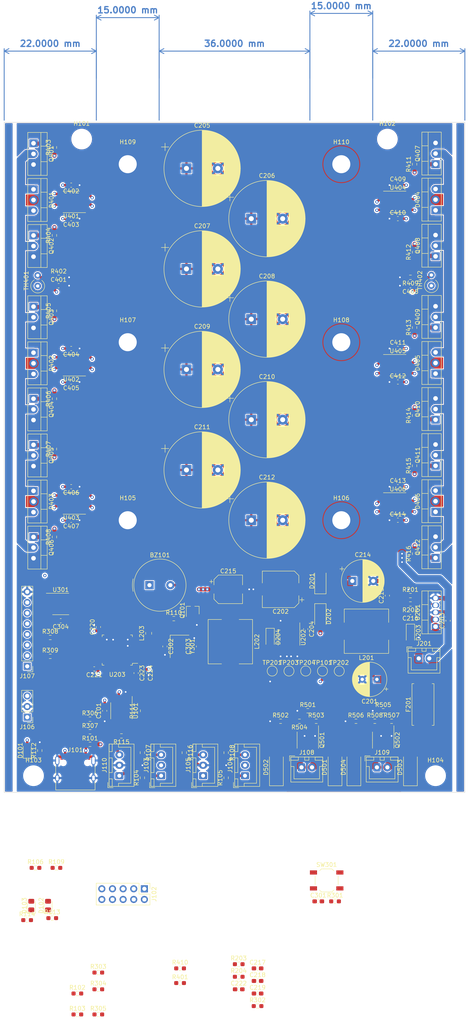
<source format=kicad_pcb>
(kicad_pcb (version 20210722) (generator pcbnew)
  (layers (0 "F.Cu" signal) (1 "In1.Cu" signal) (2 "In2.Cu" signal) (31 "B.Cu" signal) (34 "B.Paste" user) (35 "F.Paste" user) (36 "B.SilkS" user "B.Silkscreen") (37 "F.SilkS" user "F.Silkscreen") (38 "B.Mask" user) (39 "F.Mask" user) (44 "Edge.Cuts" user))
  (net 0 "")
  (net 1 "+3V3")
  (net 2 "Net-(BZ101-Pad2)")
  (net 3 "GND")
  (net 4 "Net-(C201-Pad1)")
  (net 5 "Net-(C202-Pad1)")
  (net 6 "+BATT")
  (net 7 "+12V")
  (net 8 "+3.3VA")
  (net 9 "/MCU/SUPPLY_MONITOR")
  (net 10 "/MCU/~{RST}")
  (net 11 "/MCU/TEMP_LEFT")
  (net 12 "/MCU/TEMP_RIGHT")
  (net 13 "Net-(D101-Pad1)")
  (net 14 "Net-(D102-Pad1)")
  (net 15 "/MCU/LED1")
  (net 16 "Net-(D103-Pad1)")
  (net 17 "/MCU/LED2")
  (net 18 "VBUS")
  (net 19 "Net-(D203-Pad1)")
  (net 20 "Net-(D204-Pad1)")
  (net 21 "/Motor driver/MOTOR_LEFT")
  (net 22 "/Motor driver/MOTOR_RIGHT")
  (net 23 "/Solenoid driver/DIRECTION_COIL1")
  (net 24 "/Solenoid driver/DIRECTION_COIL2")
  (net 25 "/Solenoid driver/ENABLE_LEFT_COIL")
  (net 26 "/Solenoid driver/ENABLE_RIGHT_COIL")
  (net 27 "/MCU/USB_DP")
  (net 28 "Net-(J101-PadB5)")
  (net 30 "/MCU/USB_DM")
  (net 31 "Net-(J101-PadA5)")
  (net 33 "Net-(J101-PadA4)")
  (net 34 "/MCU/SWCLK")
  (net 35 "/MCU/TRACESWO")
  (net 36 "/MCU/SWDIO")
  (net 38 "/MCU/STEER_LOCK_RIGHT")
  (net 39 "/MCU/STEER_LOCK_LEFT")
  (net 40 "/MCU/DIRECTION")
  (net 41 "/MCU/IGNITION")
  (net 42 "/MCU/THROTTLE")
  (net 43 "/MCU/UART_TX")
  (net 44 "/MCU/UART_RX")
  (net 45 "/MCU/SCK")
  (net 46 "/MCU/MISO")
  (net 47 "/MCU/MOSI")
  (net 48 "/MCU/IO1")
  (net 49 "/MCU/IO2")
  (net 50 "/MCU/IO3")
  (net 51 "Net-(Q101-Pad1)")
  (net 52 "Net-(Q401-Pad1)")
  (net 53 "Net-(Q402-Pad1)")
  (net 54 "Net-(Q403-Pad1)")
  (net 55 "Net-(Q404-Pad1)")
  (net 56 "Net-(Q405-Pad1)")
  (net 57 "Net-(Q406-Pad1)")
  (net 58 "Net-(Q407-Pad1)")
  (net 59 "Net-(Q408-Pad1)")
  (net 60 "Net-(Q501-Pad2)")
  (net 61 "Net-(Q501-Pad4)")
  (net 62 "Net-(Q502-Pad2)")
  (net 63 "Net-(Q502-Pad4)")
  (net 64 "/MCU/BEEP")
  (net 65 "Net-(R111-Pad1)")
  (net 66 "Net-(R302-Pad1)")
  (net 67 "Net-(R303-Pad1)")
  (net 68 "Net-(R304-Pad1)")
  (net 69 "/MCU/USB_PULL")
  (net 70 "Net-(R306-Pad1)")
  (net 71 "/MCU/CS")
  (net 72 "/MCU/PWM_LEFT")
  (net 73 "Net-(Q409-Pad1)")
  (net 74 "Net-(Q410-Pad1)")
  (net 75 "Net-(Q411-Pad1)")
  (net 76 "/MCU/PWM_RIGHT")
  (net 77 "Net-(Q412-Pad1)")
  (net 78 "Net-(R411-Pad1)")
  (net 79 "Net-(R412-Pad2)")
  (net 80 "/MCU/DIRECTION1")
  (net 81 "/MCU/DIRECTION2")
  (net 82 "/MCU/ENABLE_LEFT")
  (net 83 "/MCU/ENABLE_RIGHT")
  (net 84 "/MCU/CAN_TX")
  (net 85 "/MCU/CAN_RX")
  (net 87 "Net-(C302-Pad1)")
  (net 88 "Net-(C303-Pad1)")
  (net 89 "Net-(J110-Pad1)")
  (net 90 "Net-(J110-Pad3)")
  (net 91 "Net-(R406-Pad2)")
  (net 92 "Net-(R407-Pad1)")
  (net 93 "Net-(R413-Pad1)")
  (net 94 "Net-(R414-Pad2)")
  (net 95 "Net-(R415-Pad1)")
  (net 96 "Net-(R416-Pad2)")
  (net 97 "Net-(C216-Pad1)")
  (net 98 "Net-(R403-Pad1)")
  (net 99 "Net-(R404-Pad2)")
  (net 100 "Net-(R405-Pad1)")
  (net 101 "Net-(R408-Pad2)")
  (footprint "Resistor_SMD:R_0603_1608Metric_Pad0.98x0.95mm_HandSolder" (layer "F.Cu") (at 37 52 90)
    (fp_text reference "R404")
    (fp_text value "4.7R")
  )
  (footprint "LED_SMD:LED_0805_2012Metric_Pad1.15x1.40mm_HandSolder" (layer "F.Cu") (at 31.475 212 90)
    (fp_text reference "D103")
    (fp_text value "LED2")
  )
  (footprint "Capacitor_SMD:C_0603_1608Metric_Pad1.08x0.95mm_HandSolder" (layer "F.Cu") (at 119 87)
    (fp_text reference "C412")
    (fp_text value "100nF")
  )
  (footprint "Package_TO_SOT_THT:TO-220-3_Vertical" (layer "F.Cu") (at 128 85 90)
    (fp_text reference "D405")
    (fp_text value "G30C120CTW")
  )
  (footprint "Package_SO:SOIC-8_3.9x4.9mm_P1.27mm" (layer "F.Cu") (at 53 165.5 -90)
    (fp_text reference "U101")
    (fp_text value "SN65HVD231DR")
  )
  (footprint "Resistor_SMD:R_0603_1608Metric_Pad0.98x0.95mm_HandSolder" (layer "F.Cu") (at 57 165.5 90)
    (fp_text reference "R111")
    (fp_text value "10k")
  )
  (footprint "Resistor_SMD:R_0603_1608Metric_Pad0.98x0.95mm_HandSolder" (layer "F.Cu") (at 37 31 90)
    (fp_text reference "R403")
    (fp_text value "4.7R")
  )
  (footprint "Diode_SMD:D_SMA_Handsoldering" (layer "F.Cu") (at 90 179 90)
    (fp_text reference "D502")
    (fp_text value "SS210")
  )
  (footprint "Resistor_SMD:R_0603_1608Metric_Pad0.98x0.95mm_HandSolder" (layer "F.Cu") (at 38 62)
    (fp_text reference "R402")
    (fp_text value "33k")
  )
  (footprint "Resistor_SMD:R_0603_1608Metric_Pad0.98x0.95mm_HandSolder" (layer "F.Cu") (at 37 124 90)
    (fp_text reference "R408")
    (fp_text value "4.7R")
  )
  (footprint "Diode_SMD:D_SOD-123F" (layer "F.Cu") (at 88.5 148 -90)
    (fp_text reference "D204")
    (fp_text value "SK32")
  )
  (footprint "Capacitor_SMD:C_0603_1608Metric_Pad1.08x0.95mm_HandSolder" (layer "F.Cu") (at 49 165.5 90)
    (fp_text reference "C101")
    (fp_text value "100nF")
  )
  (footprint "Capacitor_SMD:C_0603_1608Metric_Pad1.08x0.95mm_HandSolder" (layer "F.Cu") (at 85.5 233)
    (fp_text reference "C219")
    (fp_text value "100nF")
  )
  (footprint "Resistor_THT:R_Axial_DIN0309_L9.0mm_D3.2mm_P2.54mm_Vertical" (layer "F.Cu") (at 33 64.08 90)
    (fp_text reference "TH401")
    (fp_text value "NTSA3104HZ048")
  )
  (footprint "TestPoint:TestPoint_Pad_D2.0mm" (layer "F.Cu") (at 101 156)
    (fp_text reference "TP101")
    (fp_text value "VBUS")
  )
  (footprint "Resistor_SMD:R_0603_1608Metric_Pad0.98x0.95mm_HandSolder" (layer "F.Cu") (at 47.475 232)
    (fp_text reference "R304")
    (fp_text value "22R")
  )
  (footprint "Resistor_SMD:R_0603_1608Metric_Pad0.98x0.95mm_HandSolder" (layer "F.Cu") (at 45.5 170.5)
    (fp_text reference "R307")
    (fp_text value "4.7k")
  )
  (footprint "Resistor_SMD:R_0603_1608Metric_Pad0.98x0.95mm_HandSolder" (layer "F.Cu") (at 109 168)
    (fp_text reference "R506")
    (fp_text value "150R")
  )
  (footprint "Connector_PinHeader_2.54mm:PinHeader_1x08_P2.54mm_Vertical" (layer "F.Cu") (at 30.5 154.875 180)
    (fp_text reference "J107")
    (fp_text value "IO")
  )
  (footprint "Capacitor_SMD:C_0603_1608Metric_Pad1.08x0.95mm_HandSolder" (layer "F.Cu") (at 116.5 138 90)
    (fp_text reference "C213")
    (fp_text value "100nF")
  )
  (footprint "Connector_JST:JST_XH_B3B-XH-A_1x03_P2.50mm_Vertical" (layer "F.Cu") (at 82.5 181 90)
    (fp_text reference "J104")
    (fp_text value "IGN")
  )
  (footprint "Capacitor_SMD:C_0603_1608Metric_Pad1.08x0.95mm_HandSolder" (layer "F.Cu") (at 122 64 180)
    (fp_text reference "C408")
    (fp_text value "10nF")
  )
  (footprint "Resistor_SMD:R_0603_1608Metric_Pad0.98x0.95mm_HandSolder" (layer "F.Cu") (at 67 227)
    (fp_text reference "R410")
    (fp_text value "10k")
  )
  (footprint "Resistor_SMD:R_0603_1608Metric_Pad0.98x0.95mm_HandSolder" (layer "F.Cu") (at 33.5 175 90)
    (fp_text reference "R112")
    (fp_text value "33R")
  )
  (footprint "Capacitor_SMD:C_0603_1608Metric_Pad1.08x0.95mm_HandSolder" (layer "F.Cu") (at 41 79 180)
    (fp_text reference "C404")
    (fp_text value "1uF")
  )
  (footprint "Package_SO:SOIC-8_3.9x4.9mm_P1.27mm" (layer "F.Cu") (at 41 116 180)
    (fp_text reference "U403")
    (fp_text value "LM5110-1MX")
  )
  (footprint "Connector_PinHeader_2.54mm:PinHeader_1x03_P2.54mm_Vertical" (layer "F.Cu") (at 30.5 167.025 180)
    (fp_text reference "J106")
    (fp_text value "UART")
  )
  (footprint "Buzzer_Beeper:Buzzer_TDK_PS1240P02BT_D12.2mm_H6.5mm" (layer "F.Cu") (at 59.689216 135.5)
    (fp_text reference "BZ101")
    (fp_text value "PS1240P02BT")
  )
  (footprint "Resistor_SMD:R_0603_1608Metric_Pad0.98x0.95mm_HandSolder" (layer "F.Cu") (at 37.475 203)
    (fp_text reference "R109")
    (fp_text value "4.7k")
  )
  (footprint "Resistor_SMD:R_0603_1608Metric_Pad0.98x0.95mm_HandSolder" (layer "F.Cu") (at 99.5 168)
    (fp_text reference "R503")
    (fp_text value "62k")
  )
  (footprint "Resistor_SMD:R_0603_1608Metric_Pad0.98x0.95mm_HandSolder" (layer "F.Cu") (at 32.475 203)
    (fp_text reference "R106")
    (fp_text value "4.7k")
  )
  (footprint "Diode_SMD:D_SOD-123F" (layer "F.Cu") (at 122 147 -90)
    (fp_text reference "D203")
    (fp_text value "SK32")
  )
  (footprint "Capacitor_SMD:C_0603_1608Metric_Pad1.08x0.95mm_HandSolder" (layer "F.Cu") (at 85.5 230)
    (fp_text reference "C218")
    (fp_text value "10nF")
  )
  (footprint "Resistor_SMD:R_0603_1608Metric_Pad0.98x0.95mm_HandSolder" (layer "F.Cu") (at 123 74 90)
    (fp_text reference "R413")
    (fp_text value "4.7R")
  )
  (footprint "Fuse:Fuseholder_Littelfuse_Nano2_154x" (layer "F.Cu") (at 125 164 90)
    (fp_text reference "F201")
    (fp_text value "Fuse")
  )
  (footprint "Resistor_SMD:R_0603_1608Metric_Pad0.98x0.95mm_HandSolder" (layer "F.Cu") (at 97.5 165.5)
    (fp_text reference "R501")
    (fp_text value "150R")
  )
  (footprint "Connector_JST:JST_XH_B3B-XH-A_1x03_P2.50mm_Vertical" (layer "F.Cu") (at 62.475 181 90)
    (fp_text reference "J103")
    (fp_text value "STRLCK")
  )
  (footprint "Resistor_SMD:R_0603_1608Metric_Pad0.98x0.95mm_HandSolder" (layer "F.Cu") (at 122 138)
    (fp_text reference "R201")
    (fp_text value "1.2k")
  )
  (footprint "Package_TO_SOT_THT:TO-220-3_Vertical" (layer "F.Cu") (at 32 41 -90)
    (fp_text reference "D401")
    (fp_text value "G30C120CTW")
  )
  (footprint "Package_SO:SOIC-8_3.9x4.9mm_P1.27mm" (layer "F.Cu") (at 41 44 180)
    (fp_text reference "U401")
    (fp_text value "LM5110-1MX")
  )
  (footprint "Inductor_SMD:L_0805_2012Metric_Pad1.15x1.40mm_HandSolder" (layer "F.Cu") (at 59.5 147 90)
    (fp_text reference "L203")
    (fp_text value "FCM2012KF-601T05")
  )
  (footprint "MountingHole:MountingHole_2.7mm_M2.5" (layer "F.Cu") (at 128 181)
    (fp_text reference "H104")
    (fp_text value "MountingHole")
  )
  (footprint "Resistor_SMD:R_0603_1608Metric_Pad0.98x0.95mm_HandSolder" (layer "F.Cu") (at 81 226)
    (fp_text reference "R203")
    (fp_text value "62k")
  )
  (footprint "Resistor_SMD:R_0603_1608Metric_Pad0.98x0.95mm_HandSolder" (layer "F.Cu") (at 42.475 238)
    (fp_text reference "R103")
    (fp_text value "5.1k")
  )
  (footprint "Capacitor_THT:CP_Radial_D18.0mm_P7.50mm" (layer "F.Cu") (at 84 96)
    (fp_text reference "C210")
    (fp_text value "2200uF")
  )
  (footprint "TestPoint:TestPoint_Pad_D2.0mm" (layer "F.Cu") (at 93 156)
    (fp_text reference "TP203")
    (fp_text value "+3V3")
  )
  (footprint "Package_TO_SOT_SMD:TSOT-23_HandSoldering" (layer "F.Cu") (at 70 141.5 90)
    (fp_text reference "Q101")
    (fp_text value "AP2300")
  )
  (footprint "Package_TO_SOT_THT:TO-220-3_Vertical" (layer "F.Cu") (at 128 129 90)
    (fp_text reference "Q412")
    (fp_text value "STP15810")
  )
  (footprint "Resistor_SMD:R_0603_1608Metric_Pad0.98x0.95mm_HandSolder" (layer "F.Cu") (at 123 107 90)
    (fp_text reference "R415")
    (fp_text value "4.7R")
  )
  (footprint "Resistor_SMD:R_0603_1608Metric_Pad0.98x0.95mm_HandSolder" (layer "F.Cu") (at 53 171.5 180)
    (fp_text reference "R115")
    (fp_text value "120R")
  )
  (footprint "Resistor_SMD:R_0603_1608Metric_Pad0.98x0.95mm_HandSolder" (layer "F.Cu") (at 123 35 90)
    (fp_text reference "R411")
    (fp_text value "4.7R")
  )
  (footprint "Package_SO:SOIC-8_3.9x4.9mm_P1.27mm" (layer "F.Cu") (at 41 83 180)
    (fp_text reference "U402")
    (fp_text value "LM5110-1MX")
  )
  (footprint "Resistor_SMD:R_0603_1608Metric_Pad0.98x0.95mm_HandSolder" (layer "F.Cu") (at 37 70 90)
    (fp_text reference "R405")
    (fp_text value "4.7R")
  )
  (footprint "TestPoint:TestPoint_Pad_D2.0mm" (layer "F.Cu") (at 89 156)
    (fp_text reference "TP201")
    (fp_text value "GND")
  )
  (footprint "Resistor_SMD:R_0603_1608Metric_Pad0.98x0.95mm_HandSolder" (layer "F.Cu") (at 113.5 168)
    (fp_text reference "R508")
    (fp_text value "62k")
  )
  (footprint "Capacitor_SMD:C_0603_1608Metric_Pad1.08x0.95mm_HandSolder" (layer "F.Cu") (at 119 120)
    (fp_text reference "C414")
    (fp_text value "100nF")
  )
  (footprint "Capacitor_SMD:C_0603_1608Metric_Pad1.08x0.95mm_HandSolder" (layer "F.Cu") (at 70.38125 150.1375 90)
    (fp_text reference "C303")
    (fp_text value "20pF")
  )
  (footprint "Package_TO_SOT_THT:TO-220-5_Vertical" (layer "F.Cu") (at 128 145.4 90)
    (fp_text reference "U201")
    (fp_text value "LM2596HVGT-ADJ")
  )
  (footprint "Capacitor_THT:CP_Radial_D10.0mm_P5.00mm" (layer "F.Cu") (at 108.132323 134.5)
    (fp_text reference "C214")
    (fp_text value "1000uF")
  )
  (footprint "Resistor_SMD:R_0603_1608Metric_Pad0.98x0.95mm_HandSolder" (layer "F.Cu") (at 47.475 228)
    (fp_text reference "R303")
    (fp_text value "22R")
  )
  (footprint "Package_TO_SOT_THT:TO-220-3_Vertical" (layer "F.Cu") (at 128 57 90)
    (fp_text reference "Q408")
    (fp_text value "STP15810")
  )
  (footprint "Capacitor_THT:CP_Radial_D18.0mm_P7.50mm" (layer "F.Cu") (at 68.52222 108)
    (fp_text reference "C211")
    (fp_text value "2200uF")
  )
  (footprint "Resistor_SMD:R_0603_1608Metric_Pad0.98x0.95mm_HandSolder" (layer "F.Cu") (at 123 56 90)
    (fp_text reference "R412")
    (fp_text value "4.7R")
  )
  (footprint "Capacitor_SMD:C_0603_1608Metric_Pad1.08x0.95mm_HandSolder" (layer "F.Cu") (at 38 64)
    (fp_text reference "C401")
    (fp_text value "10nF")
  )
  (footprint "Capacitor_SMD:C_0603_1608Metric_Pad1.08x0.95mm_HandSolder" (layer "F.Cu") (at 119 112)
    (fp_text reference "C413")
    (fp_text value "1uF")
  )
  (footprint "Resistor_SMD:R_0603_1608Metric_Pad0.98x0.95mm_HandSolder" (layer "F.Cu") (at 104 211)
    (fp_text reference "R301")
    (fp_text value "10k")
  )
  (footprint "Resistor_SMD:R_0603_1608Metric_Pad0.98x0.95mm_HandSolder" (layer "F.Cu") (at 58 175.5 -90)
    (fp_text reference "R107")
    (fp_text value "10k")
  )
  (footprint "Resistor_SMD:R_0603_1608Metric_Pad0.98x0.95mm_HandSolder" (layer "F.Cu") (at 91 168)
    (fp_text reference "R502")
    (fp_text value "150R")
  )
  (footprint "Capacitor_SMD:C_0603_1608Metric_Pad1.08x0.95mm_HandSolder" (layer "F.Cu") (at 56.5 156.5 -90)
    (fp_text reference "C223")
    (fp_text value "100nF")
  )
  (footprint "Diode_SMD:D_SOD-128" (layer "F.Cu") (at 100.5 143 -90)
    (fp_text reference "D202")
    (fp_text value "PMEG3030EP,115")
  )
  (footprint "Package_TO_SOT_THT:TO-220-3_Vertical" (layer "F.Cu") (at 128 74 90)
    (fp_text reference "Q409")
    (fp_text value "STP15810")
  )
  (footprint "Package_TO_SOT_THT:TO-220-3_Vertical" (layer "F.Cu") (at 32 69 -90)
    (fp_text reference "Q403")
    (fp_text value "STP15810")
  )
  (footprint "Capacitor_THT:CP_Radial_D18.0mm_P7.50mm" (layer "F.Cu") (at 84 48)
    (fp_text reference "C206")
    (fp_text value "2200uF")
  )
  (footprint "Resistor_SMD:R_0603_1608Metric_Pad0.98x0.95mm_HandSolder" (layer "F.Cu") (at 123 128 90)
    (fp_text reference "R416")
    (fp_text value "4.7R")
  )
  (footprint "Resistor_SMD:R_0603_1608Metric_Pad0.98x0.95mm_HandSolder" (layer "F.Cu") (at 30.475 215.478692)
    (fp_text reference "R114")
    (fp_text value "82R")
  )
  (footprint "Capacitor_SMD:C_0603_1608Metric_Pad1.08x0.95mm_HandSolder" (layer "F.Cu") (at 131 144 90)
    (fp_text reference "C203")
    (fp_text value "100nF")
  )
  (footprint "Resistor_SMD:R_0603_1608Metric_Pad0.98x0.95mm_HandSolder" (layer "F.Cu") (at 85.5 236)
    (fp_text reference "R302")
    (fp_text value "10k")
  )
  (footprint "Resistor_SMD:R_0603_1608Metric_Pad0.98x0.95mm_HandSolder" (layer "F.Cu") (at 45.5 167.5)
    (fp_text reference "R306")
    (fp_text value "9.1k")
  )
  (footprint "Capacitor_SMD:C_0603_1608Metric_Pad1.08x0.95mm_HandSolder" (layer "F.Cu") (at 46.5 155.5 180)
    (fp_text reference "C221")
    (fp_text value "100nF")
  )
  (footprint "Resistor_SMD:R_0603_1608Metric_Pad0.98x0.95mm_HandSolder" (layer "F.Cu") (at 115.5 165.5)
    (fp_text reference "R505")
    (fp_text value "150R")
  )
  (footprint "Resistor_SMD:R_0603_1608Metric_Pad0.98x0.95mm_HandSolder" (layer "F.Cu") (at 68 175.5 -90)
    (fp_text reference "R116")
    (fp_text value "10k")
  )
  (footprint "Resistor_SMD:R_0603_1608Metric_Pad0.98x0.95mm_HandSolder" (layer "F.Cu") (at 37 103 90)
    (fp_text reference "R407")
    (fp_text value "4.7R")
  )
  (footprint "Resistor_SMD:R_0603_1608Metric_Pad0.98x0.95mm_HandSolder" (layer "F.Cu") (at 65.5 143.5)
    (fp_text reference "R110")
    (fp_text value "150R")
  )
  (footprint "Capacitor_THT:CP_Radial_D18.0mm_P7.50mm" (layer "F.Cu") (at 84 72)
    (fp_text reference "C208")
    (fp_text value "2200uF")
  )
  (footprint "Package_TO_SOT_THT:TO-220-3_Vertical" (layer "F.Cu") (at 32 52 -90)
    (fp_text reference "Q402")
    (fp_text value "STP15810")
  )
  (footprint "MountingHole:MountingHole_4.3mm_M4_Pad" (layer "F.Cu") (at 105.5 35)
    (fp_text reference "H110")
    (fp_text value "MountingHole_Pad")
  )
  (footprint "Resistor_SMD:R_0603_1608Metric_Pad0.98x0.95mm_HandSolder" (layer "F.Cu") (at 122 62 180)
    (fp_text reference "R409")
    (fp_text value "33k")
  )
  (footprint "Connector_JST:JST_XH_B2B-XH-A_1x02_P2.50mm_Vertical" (layer "F.Cu") (at 114 179)
    (fp_text reference "J109")
    (fp_text value "EN")
  )
  (footprint "MountingHole:MountingHole_4.3mm_M4_Pad" (layer "F.Cu") (at 54.5 35)
    (fp_text reference "H109")
    (fp_text value "MountingHole_Pad")
  )
  (footprint "Resistor_SMD:R_0603_1608Metric_Pad0.98x0.95mm_HandSolder" (layer "F.Cu") (at 58 181.5 90)
    (fp_text reference "R104")
    (fp_text value "10k")
  )
  (footprint "LED_SMD:LED_0805_2012Metric_Pad1.15x1.40mm_HandSolder" (layer "F.Cu") (at 35.475 212 90)
    (fp_text reference "D102")
    (fp_text value "LED1")
  )
  (footprint "Package_QFP:LQFP-48_7x7mm_P0.5mm" (layer "F.Cu") (at 52 151 180)
    (fp_text reference "U203")
    (fp_text value "STM32F103C8Tx")
  )
  (footprint "Capacitor_SMD:C_0603_1608Metric_Pad1.08x0.95mm_HandSolder" (layer "F.Cu") (at 85.5 227)
    (fp_text reference "C217")
    (fp_text value "1uF")
  )
  (footprint "Button_Switch_SMD:SW_SPST_TL3342" (layer "F.Cu") (at 102 206)
    (fp_text reference "SW301")
    (fp_text value "SW_Push")
  )
  (footprint "TestPoint:TestPoint_Pad_D2.0mm" (layer "F.Cu") (at 105 156)
    (fp_text reference "TP202")
    (fp_text value "+BATT")
  )
  (footprint "Capacitor_SMD:C_0603_1608Metric_Pad1.08x0.95mm_HandSolder" (layer "F.Cu") (at 119 40)
    (fp_text reference "C409")
    (fp_text value "1uF")
  )
  (footprint "Capacitor_SMD:C_0603_1608Metric_Pad1.08x0.95mm_HandSolder" (layer "F.Cu") (at 41 48 180)
    (fp_text reference "C403")
    (fp_text value "100nF")
  )
  (footprint "Resistor_SMD:R_0603_1608Metric_Pad0.98x0.95mm_HandSolder" (layer "F.Cu") (at 67 230.5)
    (fp_text reference "R401")
    (fp_text value "10k")
  )
  (footprint "Package_SO:SOIC-8_3.9x4.9mm_P1.27mm" (layer "F.Cu") (at 38.5 140)
    (fp_text reference "U301")
    (fp_text value "M95640-WMN6TP")
  )
  (footprint "MountingHole:MountingHole_4.3mm_M4_Pad" (layer "F.Cu") (at 54.5 120)
    (fp_text reference "H105")
    (fp_text value "MountingHole_Pad")
  )
  (footprint "Resistor_SMD:R_0603_1608Metric_Pad0.98x0.95mm_HandSolder" (layer "F.Cu") (at 81 229)
    (fp_text reference "R204")
    (fp_text value "3.6k")
  )
  (footprint "Resistor_SMD:R_0603_1608Metric_Pad0.98x0.95mm_HandSolder" (layer "F.Cu") (at 47.475 238)
    (fp_text reference "R305")
    (fp_text value "1.5k")
  )
  (footprint "Capacitor_SMD:C_0603_1608Metric_Pad1.08x0.95mm_HandSolder" (layer "F.Cu") (at 41 112 180)
    (fp_text reference "C406")
    (fp_text value "1uF")
  )
  (footprint "MountingHole:MountingHole_2.7mm_M2.5" (layer "F.Cu") (at 32 181)
    (fp_text reference "H103")
    (fp_text value "MountingHole")
  )
  (footprint "Capacitor_SMD:C_0603_1608Metric_Pad1.08x0.95mm_HandSolder" (layer "F.Cu") (at 38.5 144 180)
    (fp_text reference "C304")
    (fp_text value "100nF")
  )
  (footprint "MountingHole:MountingHole_4.3mm_M4_Pad" (layer "F.Cu") (at 54.5 77.5)
    (fp_text reference "H107")
    (fp_text value "MountingHole_Pad")
  )
  (footprint "Resistor_THT:R_Axial_DIN0309_L9.0mm_D3.2mm_P2.54mm_Vertical" (layer "F.Cu") (at 127 64 90)
    (fp_text reference "TH402")
    (fp_text value "NTSA3104HZ048")
  )
  (footprint "Package_TO_SOT_THT:TO-220-3_Vertical" (layer "F.Cu") (at 128 35 90)
    (fp_text reference "Q407")
    (fp_text value "STP15810")
  )
  (footprint "Capacitor_SMD:C_0603_1608Metric_Pad1.08x0.95mm_HandSolder" (layer "F.Cu") (at 41 87 180)
    (fp_text reference "C405")
    (fp_text value "100nF")
  )
  (footprint "Diode_SMD:D_SOD-128" (layer "F.Cu") (at 100.5 134.5 90)
    (fp_text reference "D201")
    (fp_text value "PMEG3030EP,115")
  )
  (footprint "Package_SO:SOP-8_3.76x4.96mm_P1.27mm" (layer "F.Cu") (at 93 148 -90)
    (fp_text reference "U202")
    (fp_text value "XL1509-3.3E1")
  )
  (footprint "Capacitor_SMD:C_0603_1608Metric_Pad1.08x0.95mm_HandSolder" (layer "F.Cu") (at 100 211)
    (fp_text reference "C301")
    (fp_text value "100nF")
  )
  (footprint "Package_TO_SOT_THT:TO-220-3_Vertical" (layer "F.Cu") (at 128 107 90)
    (fp_text reference "Q411")
    (fp_text value "STP15810")
  )
  (footprint "Connector_JST:JST_XH_B3B-XH-A_1x03_P2.50mm_Vertical" (layer "F.Cu") (at 52.5 181 90)
    (fp_text reference "J110")
    (fp_text value "CAN")
  )
  (footprint "Package_SO:SOIC-8_3.9x4.9mm_P1.27mm" (layer "F.Cu") (at 119 44)
    (fp_text reference "U404")
    (fp_text value "LM5110-1MX")
  )
  (footprint "Resistor_SMD:R_0603_1608Metric_Pad0.98x0.95mm_HandSolder" (layer "F.Cu") (at 36 152.5)
    (fp_text reference "R309")
    (fp_text value "62k")
  )
  (footprint "Capacitor_SMD:C_0603_1608Metric_Pad1.08x0.95mm_HandSolder" (layer "F.Cu") (at 58.5 156.5 -90)
    (fp_text reference "C224")
    (fp_text value "4.7uF")
  )
  (footprint "Capacitor_SMD:C_0603_1608Metric_Pad1.08x0.95mm_HandSolder" (layer "F.Cu") (at 97 146 -90)
    (fp_text reference "C204")
    (fp_text value "1uF")
  )
  (footprint "Package_TO_SOT_THT:TO-220-3_Vertical" (layer "F.Cu") (at 32 91 -90)
    (fp_text reference "Q404")
    (fp_text value "STP15810")
  )
  (footprint "Connector_JST:JST_XH_B3B-XH-A_1x03_P2.50mm_Vertical" (layer "F.Cu") (at 72.5 181 90)
    (fp_text reference "J105")
    (fp_text value "THROTTLE")
  )
  (footprint "LED_SMD:LED_0805_2012Metric_Pad1.15x1.40mm_HandSolder" (layer "F.Cu") (at 30.5 174.975 90)
    (fp_text reference "D101")
    (fp_text value "PWR")
  )
  (footprint "Resistor_SMD:R_0603_1608Metric_Pad0.98x0.95mm_HandSolder" (layer "F.Cu") (at 123 95 90)
    (fp_text reference "R414")
    (fp_text value "4.7R")
  )
  (footprint "Resistor_SMD:R_0603_1608Metric_Pad0.98x0.95mm_HandSolder" (layer "F.Cu") (at 117.5 168)
    (fp_text reference "R507")
    (fp_text value "62k")
  )
  (footprint "Capacitor_SMD:C_0603_1608Metric_Pad1.08x0.95mm_HandSolder" (layer "F.Cu") (at 41 120 180)
    (fp_text reference "C407")
    (fp_text value "100nF")
  )
  (footprint "Capacitor_SMD:CP_Elec_8x10.5" (layer "F.Cu") (at 91 136.5 180)
    (fp_text reference "C202")
    (fp_text value "470uF")
  )
  (footprint "Package_TO_SOT_THT:TO-220-3_Vertical" (layer "F.Cu") (at 32 113 -90)
    (fp_text reference "D403")
    (fp_text value "G30C120CTW")
  )
  (footprint "Resistor_SMD:R_0603_1608Metric_Pad0.98x0.95mm_HandSolder" (layer "F.Cu") (at 36.475 215)
    (fp_text reference "R113")
    (fp_text value "82R")
  )
  (footprint "Package_TO_SOT_THT:TO-220-3_Vertical" (layer "F.Cu") (at 128 46 90)
    (fp_text reference "D404")
    (fp_text value "G30C120CTW")
  )
  (footprint "Resistor_SMD:R_0603_1608Metric_Pad0.98x0.95mm_HandSolder" (layer "F.Cu") (at 36 148)
    (fp_text reference "R308")
    (fp_text value "62k")
  )
  (footprint "Capacitor_SMD:C_0603_1608Metric_Pad1.08x0.95mm_HandSolder" (layer "F.Cu") (at 122 142 180)
    (fp_text reference "C216")
    (fp_text value "1nF")
  )
  (footprint "GozLib:L_10.4x10.4_H4.8_Handsoldering" (layer "F.Cu") (at 111.5 146.5 180)
    (fp_text reference "L201")
    (fp_text value "47uH")
  )
  (footprint "Capacitor_THT:CP_Radial_D18.0mm_P7.50mm" (layer "F.Cu") (at 68.52222 84)
    (fp_text reference "C209")
    (fp_text value "2200uF")
  )
  (footprint "Diode_SMD:D_SMA_Handsoldering" (layer "F.Cu") (at 104 179 90)
    (fp_text reference "D501")
    (fp_text value "SS210")
  )
  (footprint "TestPoint:TestPoint_Pad_D2.0mm" (layer "F.Cu") (at 97 156)
    (fp_text reference "TP204")
    (fp_text value "+12V")
  )
  (footprint "Package_SO:SOP-8_3.9x4.9mm_P1.27mm" (layer "F.Cu") (at 97.5 172.5 -90)
    (fp_text reference "Q501")
    (fp_text value "WSP6946")
  )
  (footprint "Package_TO_SOT_THT:TO-220-3_Vertical" (layer "F.Cu") (at 128 96 90)
    (fp_text reference "Q410")
    (fp_text value "STP15810")
  )
  (footprint "Capacitor_THT:CP_Radial_D18.0mm_P7.50mm" (layer "F.Cu") (at 84 120)
    (fp_text reference "C212")
    (fp_text value "2200uF")
  )
  (footprint "Capacitor_THT:CP_Radial_D8.0mm_P3.50mm" (layer "F.Cu") (at 114 158 180)
    (fp_text reference "C201")
    (fp_text value "100uF")
  )
  (footprint "Connector_JST:JST_XH_B2B-XH-A_1x02_P2.50mm_Vertical" (layer "F.Cu") (at 124 153)
    (fp_text reference "J201")
    (fp_text value "FUSE")
  )
  (footprint "Capacitor_SMD:CP_Elec_6.3x5.4" (layer "F.Cu") (at 78.5 136.5)
    (fp_text reference "C215")
    (fp_text value "330uF")
  )
  (footprint "Resistor_SMD:R_0603_1608Metric_Pad0.98x0.95mm_HandSolder" (layer "F.Cu") (at 37 91 90)
    (fp_text reference "R406")
    (fp_text value "4.7R")
  )
  (footprint "Capacitor_SMD:C_0603_1608Metric_Pad1.08x0.95mm_HandSolder" (layer "F.Cu") (at 63.38125 150.1375 -90)
    (fp_text reference "C302")
    (fp_text value "20pF")
  )
  (footprint "Package_TO_SOT_THT:TO-220-3_Vertical" (layer "F.Cu") (at 32 30 -90)
    (fp_text reference "Q401")
    (fp_text value "STP15810")
  )
  (footprint "Crystal:Crystal_SMD_3225-4Pin_3.2x2.5mm_HandSoldering" (layer "F.Cu") (at 66.88125 150.1375 -90)
    (fp_text reference "Y301")
    (fp_text value "12MHz")
  )
  (footprint "Capacitor_SMD:C_0603_1608Metric_Pad1.08x0.95mm_HandSolder" (layer "F.Cu") (at 119 48)
    (fp_text reference "C410")
    (fp_text value "100nF")
  )
  (footprint "Capacitor_THT:CP_Radial_D18.0mm_P7.50mm" (layer "F.Cu") (at 68.52222 60)
    (fp_text reference "C207")
    (fp_text value "2200uF")
  )
  (footprint "Resistor_SMD:R_0603_1608Metric_Pad0.98x0.95mm_HandSolder" (layer "F.Cu") (at 45.5 173.5)
    (fp_text reference "R101")
    (fp_text value "0R")
  )
  (footprint "Capacitor_THT:CP_Radial_D18.0mm_P7.50mm" (layer "F.Cu") (at 68.52222 36)
    (fp_text reference "C205")
    (fp_text value "2200uF")
  )
  (footprint "MountingHole:MountingHole_2.7mm_M2.5" (layer "F.Cu") (at 43.5 29)
    (fp_text reference "H101")
    (fp_text value "MountingHole")
  )
  (footprint "Connector_USB:USB_C_Receptacle_HRO_TYPE-C-31-M-12" (layer "F.Cu") (at 42 180.5)
    (fp_text reference "J101")
    (fp_text value "TYPE-C-31-M-12")
  )
  (footprint "Resistor_SMD:R_0603_1608Metric_Pad0.98x0.95mm_HandSolder" (layer "F.Cu") (at 122 140 180)
    (fp_text reference "R202")
    (fp_text value "10k")
  )
  (footprint "Capacitor_SMD:C_0603_1608Metric_Pad1.08x0.95mm_HandSolder" (layer "F.Cu") (at 119 79)
    (fp_text reference "C411")
    (fp_text value "1uF")
  )
  (footprint "MountingHole:MountingHole_4.3mm_M4_Pad" (layer "F.Cu") (at 105.5 77.5)
    (fp_text reference "H108")
    (fp_text value "MountingHole_Pad")
  )
  (footprint "Diode_SMD:D_SMA_Handsoldering" (layer "F.Cu") (at 122 179 90)
    (fp_text reference "D503")
    (fp_text value "SS210")
  )
  (footprint "Connector_JST:JST_XH_B2B-XH-A_1x02_P2.50mm_Vertical" (layer "F.Cu") (at 96 179)
    (fp_text reference "J108")
    (fp_text value "DIR")
  )
  (footprint "Package_TO_SOT_THT:TO-220-3_Vertical" (layer "F.Cu") (at 32 80 -90)
    (fp_text reference "D402")
    (fp_text value "G30C120CTW")
  )
  (footprint "Resistor_SMD:R_0603_1608Metric_Pad0.98x0.95mm_HandSolder" (layer "F.Cu") (at 42.475 233)
    (fp_text reference "R102")
    (fp_text value "5.1k")
  )
  (footprint "Resistor_SMD:R_0603_1608Metric_Pad0.98x0.95mm_HandSolder" (layer "F.Cu") (at 78 175.5 -90)
    (fp_text reference "R108")
    (fp_text value "10k")
  )
  (footprint "Package_SO:SOIC-8_3.9x4.9mm_P1.27mm" (layer "F.Cu") (at 119 83)
    (fp_text reference "U405")
    (fp_text value "LM5110-1MX")
  )
  (footprint "Diode_SMD:D_SMA_Handsoldering" (layer "F.Cu") (at 108.5 179 90)
    (fp_text reference "D504")
    (fp_text value "SS210")
  )
  (footprint "Package_TO_SOT_THT:TO-220-3_Vertical" (layer "F.Cu") (at 128 118 90)
    (fp_text reference "D406")
    (fp_text value "G30C120CTW")
  )
  (footprint "Package_SO:SOIC-8_3.9x4.9mm_P1.27mm" (layer "F.Cu") (at 119 116)
    (fp_text reference "U406")
    (fp_text value "LM5110-1MX")
  )
  (footprint "Capacitor_SMD:C_0603_1608Metric_Pad1.08x0.95mm_HandSolder" (layer "F.Cu") (at 47.5 145.5 90)
    (fp_text reference "C220")
    (fp_text value "100nF")
  )
  (footprint "Connector_PinHeader_2.54mm:PinHeader_2x05_P2.54mm_Vertical" (layer "F.Cu") (at 58.475 208 -90)
    (fp_text reference "J102")
    (fp_text value "STLink_02x05")
  )
  (footprint "GozLib:L_10.4x10.4_H4.8_Handsoldering" (layer "F.Cu") (at 79 149 -90)
    (fp_text reference "L202")
    (fp_text value "47uH")
  )
  (footprint "Capacitor_SMD:C_0603_1608Metric_Pad1.08x0.95mm_HandSolder" (layer "F.Cu") (at 81 232)
    (fp_text reference "C222")
    (fp_text value "10nF")
  )
  (footprint "Resistor_SMD:R_0603_1608Metric_Pad0.98x0.95mm_HandSolder" (layer "F.Cu") (at 95.5 168 180)
    (fp_text reference "R504")
    (fp_text value "62k")
  )
  (footprint "MountingHole:MountingHole_2.7mm_M2.5" (layer "F.Cu") (at 116.5 29)
    (fp_text reference "H102")
    (fp_text value "MountingHole")
  )
  (footprint "Package_SO:SOP-8_3.9x4.9mm_P1.27mm" (layer "F.Cu") (at 115.5 172.5 -90)
    (fp_text reference "Q502")
    (fp_text value "WSP6946")
  )
  (footprint "Package_TO_SOT_THT:TO-220-3_Vertical" (layer "F.Cu") (at 32 124 -90)
    (fp_text reference "Q406")
    (fp_text value "STP15810")
  )
  (footprint "MountingHole:MountingHole_4.3mm_M4_Pad" (layer "F.Cu") (at 105.5 120)
    (fp_text reference "H106")
    (fp_text value "MountingHole_Pad")
  )
  (footprint "Package_TO_SOT_THT:TO-220-3_Vertical" (layer "F.Cu") (at 32 102 -90)
    (fp_text reference "Q405")
    (fp_text value "STP15810")
  )
  (footprint "Capacitor_SMD:C_0603_1608Metric_Pad1.08x0.95mm_HandSolder" (layer "F.Cu") (at 41 40 180)
    (fp_text reference "C402")
    (fp_text value "1uF")
  )
  (footprint "Resistor_SMD:R_0603_1608Metric_Pad0.98x0.95mm_HandSolder" (layer "F.Cu") (at 78 181.5 90)
    (fp_text reference "R105")
    (fp_text value "10k")
  )
  (gr_rect (start 25 25) (end 135 185) (layer "Edge.Cuts") (width 0.1) (fill none))
  (dimension (type aligned) (layer "B.Cu") (pts (xy 25 25) (xy 47 25)) (height -17) (gr_text "22,0000 mm" (at 36 6.2) (layer "B.Cu") (effects (font (size 1.5 1.5) (thickness 0.3)))) (format (units 3) (units_format 1) (precision 4)) (style (thickness 0.2) (arrow_length 1.27) (text_position_mode 0) (extension_height 0.58642) (extension_offset 0.5) keep_text_aligned))
  (dimension (type aligned) (layer "B.Cu") (pts (xy 47 15) (xy 62 15)) (height -15) (gr_text "15,0000 mm" (at 54.5 -1.8) (layer "B.Cu") (effects (font (size 1.5 1.5) (thickness 0.3)))) (format (units 3) (units_format 1) (precision 4)) (style (thickness 0.2) (arrow_length 1.27) (text_position_mode 0) (extension_height 0.58642) (extension_offset 0.5) keep_text_aligned))
  (dimension (type aligned) (layer "B.Cu") (pts (xy 98 15) (xy 113 15)) (height -16) (gr_text "15,0000 mm" (at 105.5 -2.8) (layer "B.Cu") (effects (font (size 1.5 1.5) (thickness 0.3)))) (format (units 3) (units_format 1) (precision 4)) (style (thickness 0.2) (arrow_length 1.27) (text_position_mode 0) (extension_height 0.58642) (extension_offset 0.5) keep_text_aligned))
  (dimension (type aligned) (layer "B.Cu") (pts (xy 135 25) (xy 113 25)) (height 17) (gr_text "22,0000 mm" (at 124 6.2) (layer "B.Cu") (effects (font (size 1.5 1.5) (thickness 0.3)))) (format (units 3) (units_format 1) (precision 4)) (style (thickness 0.2) (arrow_length 1.27) (text_position_mode 0) (extension_height 0.58642) (extension_offset 0.5) keep_text_aligned))
  (dimension (type aligned) (layer "B.Cu") (pts (xy 62 25) (xy 98 25)) (height -17) (gr_text "36,0000 mm" (at 80 6.2) (layer "B.Cu") (effects (font (size 1.5 1.5) (thickness 0.3)))) (format (units 3) (units_format 1) (precision 4)) (style (thickness 0.2) (arrow_length 1.27) (text_position_mode 0) (extension_height 0.58642) (extension_offset 0.5) keep_text_aligned))
  (segment (start 75.7 136.5) (end 75.7 153.7) (width 1) (layer "F.Cu") (net 1))
  (segment (start 47.3625 156.3625) (end 47.5 156.5) (width 0.25) (layer "F.Cu") (net 1))
  (segment (start 39.905 138.095) (end 40.975 138.095) (width 0.6) (layer "F.Cu") (net 1))
  (segment (start 51.727499 164.6375) (end 52.365 163.999999) (width 0.6) (layer "F.Cu") (net 1))
  (segment (start 92 148) (end 87 148) (width 0.6) (layer "F.Cu") (net 1))
  (segment (start 39.365 139.365) (end 39.3625 139.3625) (width 0.25) (layer "F.Cu") (net 1))
  (segment (start 52.365 163.025) (end 52.365 161.135) (width 0.6) (layer "F.Cu") (net 1))
  (segment (start 92.365 147.635) (end 92 148) (width 0.6) (layer "F.Cu") (net 1))
  (segment (start 52.365 161.135) (end 52.5 161) (width 0.6) (layer "F.Cu") (net 1))
  (segment (start 39.3625 140.6375) (end 39.3625 139.3625) (width 0.6) (layer "F.Cu") (net 1))
  (segment (start 39.3625 139.3625) (end 39.3625 138.6375) (width 0.6) (layer "F.Cu") (net 1))
  (segment (start 58.5 155.6375) (end 59.3625 155.6375) (width 0.6) (layer "F.Cu") (net 1))
  (segment (start 36.025 140.635) (end 39.36 140.635) (width 0.6) (layer "F.Cu") (net 1))
  (segment (start 75.7 136.5) (end 73.5 136.5) (width 1) (layer "F.Cu") (net 1))
  (segment (start 47.5 146.3625) (end 46.6375 146.3625) (width 0.6) (layer "F.Cu") (net 1))
  (segment (start 86.5 155) (end 85.5 156) (width 0.6) (layer "F.Cu") (net 1))
  (segment (start 47.5 146.3625) (end 48.3625 146.3625) (width 0.25) (layer "F.Cu") (net 1))
  (segment (start 48.3625 146.3625) (end 49.27548 146.3625) (width 0.25) (layer "F.Cu") (net 1))
  (segment (start 93 156) (end 90.5 153.5) (width 0.6) (layer "F.Cu") (net 1))
  (segment (start 56.5 155.6375) (end 58.5 155.6375) (width 0.6) (layer "F.Cu") (net 1))
  (segment (start 54.86202 155.6375) (end 54.72452 155.5) (width 0.25) (layer "F.Cu") (net 1))
  (segment (start 76.15 154.15) (end 79 154.15) (width 1) (layer "F.Cu") (net 1))
  (segment (start 49 164.6375) (end 51.727499 164.6375) (width 0.6) (layer "F.Cu") (net 1))
  (segment (start 75.7 153.7) (end 76.15 154.15) (width 1) (layer "F.Cu") (net 1))
  (segment (start 39.36 140.635) (end 39.3625 140.6375) (width 0.25) (layer "F.Cu") (net 1))
  (segment (start 86.5 153.5) (end 86.5 155) (width 0.6) (layer "F.Cu") (net 1))
  (segment (start 72.5 136.5) (end 71.5 136.5) (width 1) (layer "F.Cu") (net 1))
  (segment (start 39.3625 138.6375) (end 39.905 138.095) (width 0.6) (layer "F.Cu") (net 1))
  (segment (start 47.3625 153.86202) (end 47.5 153.72452) (width 0.25) (layer "F.Cu") (net 1))
  (segment (start 30.5 173.95) (end 30.5 172.5) (width 0.6) (layer "F.Cu") (net 1))
  (segment (start 90.5 153.5) (end 86.5 153.5) (width 0.6) (layer "F.Cu") (net 1))
  (segment (start 85.5 156) (end 80.85 156) (width 0.6) (layer "F.Cu") (net 1))
  (segment (start 47.3625 155.5) (end 47.3625 156.3625) (width 0.6) (layer "F.Cu") (net 1))
  (segment (start 59.3625 155.6375) (end 59.5 155.5) (width 0.6) (layer "F.Cu") (net 1))
  (segment (start 49.27548 146.3625) (end 49.27548 146.5) (width 0.25) (layer "F.Cu") (net 1))
  (segment (start 39.3625 144) (end 39.3625 140.6375) (width 0.6) (layer "F.Cu") (net 1))
  (segment (start 52.365 163.999999) (end 52.365 163.025) (width 0.6) (layer "F.Cu") (net 1))
  (segment (start 73.5 136.5) (end 72.5 136.5) (width 1) (layer "F.Cu") (net 1))
  (segment (start 47.3625 155.5) (end 47.3625 153.86202) (width 0.25) (layer "F.Cu") (net 1))
  (segment (start 49 164.6375) (end 49 163) (width 0.6) (layer "F.Cu") (net 1))
  (segment (start 87 148) (end 86.5 148.5) (width 0.6) (layer "F.Cu") (net 1))
  (segment (start 80.85 156) (end 79 154.15) (width 0.6) (layer "F.Cu") (net 1))
  (segment (start 92.365 145.4625) (end 92.365 147.635) (width 0.6) (layer "F.Cu") (net 1))
  (segment (start 86.5 148.5) (end 86.5 153.5) (width 0.6) (layer "F.Cu") (net 1))
  (segment (start 46.6375 146.3625) (end 46.5 146.5) (width 0.25) (layer "F.Cu") (net 1))
  (segment (start 56.5 155.6375) (end 54.86202 155.6375) (width 0.25) (layer "F.Cu") (net 1))
  (segment (start 40.975 139.365) (end 39.365 139.365) (width 0.6) (layer "F.Cu") (net 1))
  (via (at 34.71 133.21) (size 0.8) (drill 0.4) (layers "F.Cu" "B.Cu") (net 1))
  (via (at 49 163) (size 0.8) (drill 0.4) (layers "F.Cu" "B.Cu") (net 1))
  (via (at 73.5 136.5) (size 0.8) (drill 0.4) (layers "F.Cu" "B.Cu") (net 1))
  (via (at 71.5 136.5) (size 0.8) (drill 0.4) (layers "F.Cu" "B.Cu") (net 1))
  (via (at 52.5 161) (size 0.8) (drill 0.4) (layers "F.Cu" "B.Cu") (net 1))
  (via (at 46.5 146.5) (size 0.8) (drill 0.4) (layers "F.Cu" "B.Cu") (net 1))
  (via (at 59.5 155.5) (size 0.8) (drill 0.4) (layers "F.Cu" "B.Cu") (net 1))
  (via (at 47.5 156.5) (size 0.8) (drill 0.4) (layers "F.Cu" "B.Cu") (net 1))
  (via (at 30.5 172.5) (size 0.8) (drill 0.4) (layers "F.Cu" "B.Cu") (net 1))
  (via (at 72.5 136.5) (size 0.8) (drill 0.4) (layers "F.Cu" "B.Cu") (net 1))
  (segment (start 68 135.5) (end 64.689216 135.5) (width 0.6) (layer "F.Cu") (net 2))
  (segment (start 70 137.5) (end 68 135.5) (width 0.6) (layer "F.Cu") (net 2))
  (segment (start 70 139.79) (end 70 137.5) (width 0.6) (layer "F.Cu") (net 2))
  (segment (start 96.5 152.5) (end 95 152.5) (width 0.6) (layer "F.Cu") (net 3))
  (segment (start 121.0875 136.9125) (end 121.5 136.5) (width 0.25) (layer "F.Cu") (net 3))
  (segment (start 97 146.8625) (end 97 152) (width 0.6) (layer "F.Cu") (net 3))
  (segment (start 117.405 171.405) (end 117.5 171.5) (width 0.6) (layer "F.Cu") (net 3))
  (segment (start 118.1375 120) (end 117 120) (width 0.6) (layer "F.Cu") (net 3))
  (segment (start 116.5 136) (end 115 134.5) (width 1) (layer "F.Cu") (net 3))
  (segment (start 69.4125 176.4125) (end 71.5 178.5) (width 0.6) (layer "F.Cu") (net 3))
  (segment (start 45.6375 153.8625) (end 45.6375 155.5) (width 0.25) (layer "F.Cu") (net 3))
  (segment (start 58 176.4125) (end 58 178.5) (width 0.6) (layer "F.Cu") (net 3))
  (segment (start 118.1375 40) (end 117 40) (width 0.6) (layer "F.Cu") (net 3))
  (segment (start 118.1375 114.1375) (end 118.1375 112) (width 0.6) (layer "F.Cu") (net 3))
  (segment (start 116.525 116.635) (end 118.135 116.635) (width 0.6) (layer "F.Cu") (net 3))
  (segment (start 33.5 174.0875) (end 33.5 173) (width 0.6) (layer "F.Cu") (net 3))
  (segment (start 51.272499 166.3625) (end 53.635 163.999999) (width 0.6) (layer "F.Cu") (net 3))
  (segment (start 48 168) (end 49 168) (width 0.6) (layer "F.Cu") (net 3))
  (segment (start 83.5 136.5) (end 84.5 136.5) (width 1) (layer "F.Cu") (net 3))
  (segment (start 128 142) (end 131 142) (width 1) (layer "F.Cu") (net 3))
  (segment (start 118.095 81.095) (end 118.1375 81.1375) (width 0.6) (layer "F.Cu") (net 3))
  (segment (start 57 164.5875) (end 54.222501 164.5875) (width 0.6) (layer "F.Cu") (net 3))
  (segment (start 128 138.6) (end 130.1 138.6) (width 1) (layer "F.Cu") (net 3))
  (segment (start 46.4125 167.5) (end 47.5 167.5) (width 0.6) (layer "F.Cu") (net 3))
  (segment (start 118.1375 81.1375) (end 118.1375 79) (width 0.6) (layer "F.Cu") (net 3))
  (segment (start 89 156) (end 89 158) (width 0.6) (layer "F.Cu") (net 3))
  (segment (start 53.635 161.365) (end 54 161) (width 0.6) (layer "F.Cu") (net 3))
  (segment (start 90 152.5) (end 91 152.5) (width 0.6) (layer "F.Cu") (net 3))
  (segment (start 41.865 43.365) (end 43.475 43.365) (width 0.6) (layer "F.Cu") (net 3))
  (segment (start 121.0875 138) (end 121.0875 136.9125) (width 0.25) (layer "F.Cu") (net 3))
  (segment (start 81.3 136.5) (end 83.5 136.5) (width 1) (layer "F.Cu") (net 3))
  (segment (start 41.8625 112) (end 43 112) (width 0.6) (layer "F.Cu") (net 3))
  (segment (start 54.25 155.1625) (end 54.25 156.75) (width 0.25) (layer "F.Cu") (net 3))
  (segment (start 94.905 150.5375) (end 94.905 152.405) (width 0.6) (layer "F.Cu") (net 3))
  (segment (start 53.635 163.025) (end 53.635 161.365) (width 0.6) (layer "F.Cu") (net 3))
  (segment (start 121.1375 64) (end 119.5 64) (width 0.6) (layer "F.Cu") (net 3))
  (segment (start 116.525 114.095) (end 118.095 114.095) (width 0.6) (layer "F.Cu") (net 3))
  (segment (start 117.405 169.875) (end 117.405 171.405) (width 0.6) (layer "F.Cu") (net 3))
  (segment (start 114.865 171.365) (end 115 171.5) (width 0.6) (layer "F.Cu") (net 3))
  (segment (start 46.32 176.82) (end 46.32 177.37) (width 0.6) (layer "F.Cu") (net 3))
  (segment (start 41.8625 115.3625) (end 41.8625 117.8625) (width 0.6) (layer "F.Cu") (net 3))
  (segment (start 41.8625 45.8625) (end 41.905 45.905) (width 0.6) (layer "F.Cu") (net 3))
  (segment (start 84.5 136.5) (end 87.3 136.5) (width 1) (layer "F.Cu") (net 3))
  (segment (start 49.1375 144.6375) (end 47.5 144.6375) (width 0.25) (layer "F.Cu") (net 3))
  (segment (start 115 134.5) (end 114 134.5) (width 1) (layer "F.Cu") (net 3))
  (segment (start 54.25 156.75) (end 54.8625 157.3625) (width 0.25) (layer "F.Cu") (net 3))
  (segment (start 117.405 169.875) (end 117.405 169.0075) (width 0.6) (layer "F.Cu") (net 3))
  (segment (start 78 180.5875) (end 78 178.5) (width 0.6) (layer "F.Cu") (net 3))
  (segment (start 118.1375 112) (end 117 112) (width 0.6) (layer "F.Cu") (net 3))
  (segment (start 45.955 176.455) (end 46.32 176.82) (width 0.6) (layer "F.Cu") (net 3))
  (segment (start 99.405 171.325) (end 99.23 171.5) (width 0.6) (layer "F.Cu") (net 3))
  (segment (start 89 158) (end 88.5 158.5) (width 0.6) (layer "F.Cu") (net 3))
  (segment (start 118.1375 116.6375) (end 118.1375 114.1375) (width 0.6) (layer "F.Cu") (net 3))
  (segment (start 43.475 84.905) (end 41.905 84.905) (width 0.6) (layer "F.Cu") (net 3))
  (segment (start 63.38125 151) (end 63.38125 152.1375) (width 0.6) (layer "F.Cu") (net 3))
  (segment (start 91.095 144.095) (end 91 144) (width 0.6) (layer "F.Cu") (net 3))
  (segment (start 45.6375 155.5) (end 45.6375 156.1375) (width 0.6) (layer "F.Cu") (net 3))
  (segment (start 41.8625 84.8625) (end 41.8625 82.3625) (width 0.6) (layer "F.Cu") (net 3))
  (segment (start 91.095 152.405) (end 91 152.5) (width 0.6) (layer "F.Cu") (net 3))
  (segment (start 118.1375 87) (end 118.1375 83.6375) (width 0.6) (layer "F.Cu") (net 3))
  (segment (start 58 180.5875) (end 58 178.5) (width 0.6) (layer "F.Cu") (net 3))
  (segment (start 47.8375 153.25) (end 46.25 153.25) (width 0.25) (layer "F.Cu") (net 3))
  (segment (start 96.865 169.875) (end 96.865 171.365) (width 0.6) (layer "F.Cu") (net 3))
  (segment (start 41.8625 87) (end 43 87) (width 0.6) (layer "F.Cu") (net 3))
  (segment (start 65.14375 151) (end 65.73125 151.5875) (width 0.6) (layer "F.Cu") (net 3))
  (segment (start 118.1375 83.6375) (end 118.1375 81.1375) (width 0.6) (layer "F.Cu") (net 3))
  (segment (start 121.0875 62) (end 119.5 62) (width 0.6) (layer "F.Cu") (net 3))
  (segment (start 93.635 152.365) (end 93.5 152.5) (width 0.6) (layer "F.Cu") (net 3))
  (segment (start 41.8625 48) (end 43 48) (width 0.6) (layer "F.Cu") (net 3))
  (segment (start 99.405 169.0075) (end 100.4125 168) (width 0.6) (layer "F.Cu") (net 3))
  (segment (start 71.5 178.5) (end 72.5 178.5) (width 0.6) (layer "F.Cu") (net 3))
  (segment (start 43.475 82.365) (end 41.865 82.365) (width 0.6) (layer "F.Cu") (net 3))
  (segment (start 41.905 45.905) (end 43.475 45.905) (width 0.6) (layer "F.Cu") (net 3))
  (segment (start 118.095 42.095) (end 118.1375 42.1375) (width 0.6) (layer "F.Cu") (net 3))
  (segment (start 41.905 117.905) (end 41.8625 117.8625) (width 0.6) (layer "F.Cu") (net 3))
  (segment (start 118.135 44.635) (end 118.1375 44.6375) (width 0.6) (layer "F.Cu") (net 3))
  (segment (start 54.8625 157.3625) (end 56.5 157.3625) (width 0.25) (layer "F.Cu") (net 3))
  (segment (start 54.222501 164.5875) (end 53.635 163.999999) (width 0.6) (layer "F.Cu") (net 3))
  (segment (start 118.1375 48) (end 118.1375 44.6375) (width 0.6) (layer "F.Cu") (net 3))
  (segment (start 43.475 115.365) (end 41.865 115.365) (width 0.6) (layer "F.Cu") (net 3))
  (segment (start 46.8625 144.6375) (end 46.5 145) (width 0.6) (layer "F.Cu") (net 3))
  (segment (start 118.1375 42.1375) (end 118.1375 40) (width 0.6) (layer "F.Cu") (net 3))
  (segment (start 118.1375 120) (end 118.1375 116.6375) (width 0.6) (layer "F.Cu") (net 3))
  (segment (start 41.8625 82.3625) (end 41.8625 79) (width 0.6) (layer "F.Cu") (net 3))
  (segment (start 118.1375 87) (end 117 87) (width 0.6) (layer "F.Cu") (net 3))
  (segment (start 117.405 169.0075) (end 118.4125 168) (width 0.6) (layer "F.Cu") (net 3))
  (segment (start 41.8625 40) (end 43 40) (width 0.6) (layer "F.Cu") (net 3))
  (segment (start 96.865 168.4525) (end 96.4125 168) (width 0.6) (layer "F.Cu") (net 3))
  (segment (start 47.5 144.6375) (end 46.8625 144.6375) (width 0.6) (layer "F.Cu") (net 3))
  (segment (start 123.6 148.4) (end 124 148) (width 0.6) (layer "F.Cu") (net 3))
  (segment (start 99.405 169.875) (end 99.405 169.0075) (width 0.6) (layer "F.Cu") (net 3))
  (segment (start 116.525 44.635) (end 118.135 44.635) (width 0.6) (layer "F.Cu") (net 3))
  (segment (start 37.68 176.82) (end 37.68 177.37) (width 0.6) (layer "F.Cu") (net 3))
  (segment (start 41.865 115.365) (end 41.8625 115.3625) (width 0.6) (layer "F.Cu") (net 3))
  (segment (start 118.1375 48) (end 117 48) (width 0.6) (layer "F.Cu") (net 3))
  (segment (start 116.525 83.635) (end 118.135 83.635) (width 0.6) (layer "F.Cu") (net 3))
  (segment (start 118.135 116.635) (end 118.1375 116.6375) (width 0.6) (layer "F.Cu") (net 3))
  (segment (start 70.38125 149.275) (end 70.38125 148.1375) (width 0.6) (layer "F.Cu") (net 3))
  (segment (start 41.8625 43.3625) (end 41.865 43.365) (width 0.6) (layer "F.Cu") (net 3))
  (segment (start 88.5 149.4) (end 88.5 151) (width 0.6) (layer "F.Cu") (net 3))
  (segment (start 41.8625 112) (end 41.8625 115.3625) (width 0.6) (layer "F.Cu") (net 3))
  (segment (start 63.38125 151) (end 65.14375 151) (width 0.6) (layer "F.Cu") (net 3))
  (segment (start 116.525 81.095) (end 118.095 81.095) (width 0.6) (layer "F.Cu") (net 3))
  (segment (start 49.75 145.25) (end 49.1375 144.6375) (width 0.25) (layer "F.Cu") (net 3))
  (segment (start 38.8625 64) (end 40.5 64) (width 0.6) (layer "F.Cu") (net 3))
  (segment (start 122 148.4) (end 123.6 148.4) (width 0.6) (layer "F.Cu") (net 3))
  (segment (start 114.865 168.4525) (end 114.4125 168) (width 0.6) (layer "F.Cu") (net 3))
  (segment (start 118.1375 79) (end 117 79) (width 0.6) (layer "F.Cu") (net 3))
  (segment (start 41.8625 79) (end 43 79) (width 0.6) (layer "F.Cu") (net 3))
  (segment (start 68.61875 149.275) (end 68.03125 148.6875) (width 0.6) (layer "F.Cu") (net 3))
  (segment (start 47.5 167.5) (end 48 168) (width 0.6) (layer "F.Cu") (net 3))
  (segment (start 96.865 171.365) (end 96.73 171.5) (width 0.6) (layer "F.Cu") (net 3))
  (segment (start 92.365 152.365) (end 92.5 152.5) (width 0.6) (layer "F.Cu") (net 3))
  (segment (start 49 166.3625) (end 49 168) (width 0.6) (layer "F.Cu") (net 3))
  (segment (start 114.865 169.875) (end 114.865 171.365) (width 0.6) (layer "F.Cu") (net 3))
  (segment (start 88.5 151) (end 90 152.5) (width 0.6) (layer "F.Cu") (net 3))
  (segment (start 130.1 138.6) (end 131 139.5) (width 1) (layer "F.Cu") (net 3))
  (segment (start 78 178.5) (end 78 176.4125) (width 0.6) (layer "F.Cu") (net 3))
  (segment (start 118.1375 44.6375) (end 118.1375 42.1375) (width 0.6) (layer "F.Cu") (net 3))
  (segment (start 37.05 144) (end 37.6375 144) (width 0.6) (layer "F.Cu") (net 3))
  (segment (start 45.6375 156.1375) (end 46 156.5) (width 0.6) (layer "F.Cu") (net 3))
  (segment (start 41.8625 87) (end 41.8625 84.8625) (width 0.6) (layer "F.Cu") (net 3))
  (segment (start 99.405 169.875) (end 99.405 171.325) (width 0.6) (layer "F.Cu") (net 3))
  (segment (start 131 142) (end 131 143.1375) (width 1) (layer "F.Cu") (net 3))
  (segment (start 58.5 157.3625) (end 59.1375 157.3625) (width 0.6) (layer "F.Cu") (net 3))
  (segment (start 41.8625 120) (end 43 120) (width 0.6) (layer "F.Cu") (net 3))
  (segment (start 36.025 142.975) (end 37.05 144) (width 0.6) (layer "F.Cu") (net 3))
  (segment (start 49 166.3625) (end 51.272499 166.3625) (width 0.6) (layer "F.Cu") (net 3))
  (segment (start 38.045 176.455) (end 37.68 176.82) (width 0.6) (layer "F.Cu") (net 3))
  (segment (start 45.25 176.455) (end 45.955 176.455) (width 0.6) (layer "F.Cu") (net 3))
  (segment (start 41.865 82.365) (end 41.8625 82.3625) (width 0.6) (layer "F.Cu") (net 3))
  (segment (start 118.095 114.095) (end 118.1375 114.1375) (width 0.6) (layer "F.Cu") (net 3))
  (segment (start 53.635 163.999999) (end 53.635 163.025) (width 0.6) (layer "F.Cu") (net 3))
  (segment (start 91 152.5) (end 95 152.5) (width 0.6) (layer "F.Cu") (net 3))
  (segment (start 56.5 157.3625) (end 58.5 157.3625) (width 0.6) (layer "F.Cu") (net 3))
  (segment (start 49.75 146.8375) (end 49.75 145.25) (width 0.25) (layer "F.Cu") (net 3))
  (segment (start 131 139.5) (end 131 142) (width 1) (layer "F.Cu") (net 3))
  (segment (start 118.135 83.635) (end 118.1375 83.6375) (width 0.6) (layer "F.Cu") (net 3))
  (segment (start 70.95 144.95) (end 71 145) (width 0.6) (layer "F.Cu") (net 3))
  (segment (start 41.8625 43.3625) (end 41.8625 45.8625) (width 0.6) (layer "F.Cu") (net 3))
  (segment (start 97 152) (end 96.5 152.5) (width 0.6) (layer "F.Cu") (net 3))
  (segment (start 41.905 84.905) (end 41.8625 84.8625) (width 0.6) (layer "F.Cu") (net 3))
  (segment (start 91.095 145.4625) (end 91.095 144.095) (width 0.6) (layer "F.Cu") (net 3))
  (segment (start 41.8625 45.8625) (end 41.8625 48) (width 0.6) (layer "F.Cu") (net 3))
  (segment (start 70.95 143.21) (end 70.95 144.95) (width 0.6) (layer "F.Cu") (net 3))
  (segment (start 94.905 152.405) (end 95 152.5) (width 0.6) (layer "F.Cu") (net 3))
  (segment (start 36.025 141.905) (end 36.025 142.975) (width 0.6) (layer "F.Cu") (net 3))
  (segment (start 38.75 176.455) (end 38.045 176.455) (width 0.6) (layer "F.Cu") (net 3))
  (segment (start 59.1375 157.3625) (end 59.5 157) (width 0.6) (layer "F.Cu") (net 3))
  (segment (start 96.865 169.875) (end 96.865 168.4525) (width 0.6) (layer "F.Cu") (net 3))
  (segment (start 116.5 137.1375) (end 116.5 136) (width 1) (layer "F.Cu") (net 3))
  (segment (start 114.865 169.875) (end 114.865 168.4525) (width 0.6) (layer "F.Cu") (net 3))
  (segment (start 70.38125 149.275) (end 68.61875 149.275) (width 0.6) (layer "F.Cu") (net 3))
  (segment (start 91.095 150.5375) (end 91.095 152.405) (width 0.6) (layer "F.Cu") (net 3))
  (segment (start 41.8625 40) (end 41.8625 43.3625) (width 0.6) (layer "F.Cu") (net 3))
  (segment (start 38.9125 62) (end 40.5 62) (width 0.6) (layer "F.Cu") (net 3))
  (segment (start 43.475 117.905) (end 41.905 117.905) (width 0.6) (layer "F.Cu") (net 3))
  (segment (start 92.365 150.5375) (end 92.365 152.365) (width 0.6) (layer "F.Cu") (net 3))
  (segment (start 68 176.4125) (end 69.4125 176.4125) (width 0.6) (layer "F.Cu") (net 3))
  (segment (start 116.525 42.095) (end 118.095 42.095) (width 0.6) (layer "F.Cu") (net 3))
  (segment (start 41.8625 117.8625) (end 41.8625 120) (width 0.6) (layer "F.Cu") (net 3))
  (segment (start 93.635 150.5375) (end 93.635 152.365) (width 0.6) (layer "F.Cu") (net 3))
  (segment (start 46.25 153.25) (end 45.6375 153.8625) (width 0.25) (layer "F.Cu") (net 3))
  (via (at 59.5 157) (size 0.8) (drill 0.4) (layers "F.Cu" "B.Cu") (net 3))
  (via (at 43 87) (size 0.8) (drill 0.4) (layers "F.Cu" "B.Cu") (net 3))
  (via (at 115 171.5) (size 0.8) (drill 0.4) (layers "F.Cu" "B.Cu") (net 3))
  (via (at 91 152.5) (size 0.8) (drill 0.4) (layers "F.Cu" "B.Cu") (net 3))
  (via (at 93.5 152.5) (size 0.8) (drill 0.4) (layers "F.Cu" "B.Cu") (net 3))
  (via (at 43 40) (size 0.8) (drill 0.4) (layers "F.Cu" "B.Cu") (net 3))
  (via (at 49 168) (size 0.8) (drill 0.4) (layers "F.Cu" "B.Cu") (net 3))
  (via (at 43 120) (size 0.8) (drill 0.4) (layers "F.Cu" "B.Cu") (net 3))
  (via (at 119.5 62) (size 0.8) (drill 0.4) (layers "F.Cu" "B.Cu") (net 3))
  (via (at 83.5 136.5) (size 0.8) (drill 0.4) (layers "F.Cu" "B.Cu") (net 3))
  (via (at 43 48) (size 0.8) (drill 0.4) (layers "F.Cu" "B.Cu") (net 3))
  (via (at 124 148) (size 0.8) (drill 0.4) (layers "F.Cu" "B.Cu") (net 3))
  (via (at 99.23 171.5) (size 0.8) (drill 0.4) (layers "F.Cu" "B.Cu") (net 3))
  (via (at 117 40) (size 0.8) (drill 0.4) (layers "F.Cu" "B.Cu") (net 3))
  (via (at 54 161) (size 0.8) (drill 0.4) (layers "F.Cu" "B.Cu") (net 3))
  (via (at 92.5 152.5) (size 0.8) (drill 0.4) (layers "F.Cu" "B.Cu") (net 3))
  (via (at 58 178.5) (size 0.8) (drill 0.4) (layers "F.Cu" "B.Cu") (net 3))
  (via (at 40.5 62) (size 0.8) (drill 0.4) (layers "F.Cu" "B.Cu") (net 3))
  (via (at 88.5 158.5) (size 0.8) (drill 0.4) (layers "F.Cu" "B.Cu") (net 3))
  (via (at 117 79) (size 0.8) (drill 0.4) (layers "F.Cu" "B.Cu") (net 3))
  (via (at 40.5 64) (size 0.8) (drill 0.4) (layers "F.Cu" "B.Cu") (net 3))
  (via (at 43 79) (size 0.8) (drill 0.4) (layers "F.Cu" "B.Cu") (net 3))
  (via (at 46 156.5) (size 0.8) (drill 0.4) (layers "F.Cu" "B.Cu") (net 3))
  (via (at 70.38125 148.1375) (size 0.8) (drill 0.4) (layers "F.Cu" "B.Cu") (net 3))
  (via (at 119.5 64) (size 0.8) (drill 0.4) (layers "F.Cu" "B.Cu") (net 3))
  (via (at 78 178.5) (size 0.8) (drill 0.4) (layers "F.Cu" "B.Cu") (net 3))
  (via (at 71 145) (size 0.8) (drill 0.4) (layers "F.Cu" "B.Cu") (net 3))
  (via (at 117.5 171.5) (size 0.8) (drill 0.4) (layers "F.Cu" "B.Cu") (net 3))
  (via (at 46.5 145) (size 0.8) (drill 0.4) (layers "F.Cu" "B.Cu") (net 3))
  (via (at 63.38125 152.1375) (size 0.8) (drill 0.4) (layers "F.Cu" "B.Cu") (net 3))
  (via (at 33.5 173) (size 0.8) (drill 0.4) (layers "F.Cu" "B.Cu") (net 3))
  (via (at 43 112) (size 0.8) (drill 0.4) (layers "F.Cu" "B.Cu") (net 3))
  (via (at 96.73 171.5) (size 0.8) (drill 0.4) (layers "F.Cu" "B.Cu") (net 3))
  (via (at 117 48) (size 0.8) (drill 0.4) (layers "F.Cu" "B.Cu") (net 3))
  (via (at 91 144) (size 0.8) (drill 0.4) (layers "F.Cu" "B.Cu") (net 3))
  (via (at 95 152.5) (size 0.8) (drill 0.4) (layers "F.Cu" "B.Cu") (net 3))
  (via (at 117 112) (size 0.8) (drill 0.4) (layers "F.Cu" "B.Cu") (net 3))
  (via (at 84.5 136.5) (size 0.8) (drill 0.4) (layers "F.Cu" "B.Cu") (net 3))
  (via (at 121.5 136.5) (size 0.8) (drill 0.4) (layers "F.Cu" "B.Cu") (net 3))
  (via (at 117 120) (size 0.8) (drill 0.4) (layers "F.Cu" "B.Cu") (net 3))
  (via (at 117 87) (size 0.8) (drill 0.4) (layers "F.Cu" "B.Cu") (net 3))
  (segment (start 128 145.4) (end 129.6 145.4) (width 1) (layer "F.Cu") (net 4))
  (segment (start 125 157) (end 125 160.815) (width 1.8) (layer "F.Cu") (net 4))
  (segment (start 124 156) (end 125 157) (width 1.8) (layer "F.Cu") (net 4))
  (segment (start 129.6 145.4) (end 130.1375 144.8625) (width 1) (layer "F.Cu") (net 4))
  (segment (start 128 147) (end 124 151) (width 1.8) (layer "F.Cu") (net 4))
  (segment (start 130.1375 144.8625) (end 131 144.8625) (width 1) (layer "F.Cu") (net 4))
  (segment (start 123.7 153) (end 121.1 155.6) (width 1.8) (layer "F.Cu") (net 4))
  (segment (start 112 156) (end 114 158) (width 0.6) (layer "F.Cu") (net 4))
  (segment (start 118.7 158) (end 121.1 155.6) (width 1.8) (layer "F.Cu") (net 4))
  (segment (start 124 153) (end 123.7 153) (width 1.8) (layer "F.Cu") (net 4))
  (segment (start 105 156) (end 112 156) (width 0.6) (layer "F.Cu") (net 4))
  (segment (start 114 158) (end 118.7 158) (width 1.8) (layer "F.Cu") (net 4))
  (segment (start 128 145.4) (end 128 147) (width 1.8) (layer "F.Cu") (net 4))
  (segment (start 124 153) (end 124 156) (width 1.8) (layer "F.Cu") (net 4))
  (segment (start 124 151) (end 124 153) (width 1.8) (layer "F.Cu") (net 4))
  (segment (start 97.7 140.8) (end 100.5 140.8) (width 1) (layer "F.Cu") (net 5))
  (segment (start 94.9 136.7) (end 94.7 136.5) (width 0.25) (layer "F.Cu") (net 5))
  (segment (start 97 145.1375) (end 95.23 145.1375) (width 0.6) (layer "F.Cu") (net 5))
  (segment (start 94.905 143.595) (end 97.7 140.8) (width 1) (layer "F.Cu") (net 5))
  (segment (start 100.5 136.7) (end 94.9 136.7) (width 1) (layer "F.Cu") (net 5))
  (segment (start 100.5 140.8) (end 100.5 136.7) (width 1) (layer "F.Cu") (net 5))
  (segment (start 94.905 145.4625) (end 94.905 143.595) (width 1) (layer "F.Cu") (net 5))
  (segment (start 95.23 145.1375) (end 94.905 145.4625) (width 0.6) (layer "F.Cu") (net 5))
  (segment (start 130 165) (end 130 156.5) (width 1.8) (layer "F.Cu") (net 6))
  (segment (start 129.815 167.185) (end 130 167) (width 1.8) (layer "F.Cu") (net 6))
  (segment (start 119.59952 183.90048) (end 92.63048 183.90048) (width 1.8) (layer "F.Cu") (net 6))
  (segment (start 130 167) (end 130 165) (width 1.8) (layer "F.Cu") (net 6))
  (segment (start 130 156.5) (end 126.5 153) (width 1.8) (layer "F.Cu") (net 6))
  (segment (start 92.63048 183.90048) (end 90.23 181.5) (width 1.8) (layer "F.Cu") (net 6))
  (segment (start 130 173.5) (end 130 167) (width 1.8) (layer "F.Cu") (net 6))
  (segment (start 130 173.5) (end 122 181.5) (width 1.8) (layer "F.Cu") (net 6))
  (segment (start 120 125) (end 120 130) (width 1.8) (layer "F.Cu") (net 6))
  (segment (start 109 123.5) (end 118.5 123.5) (width 1.8) (layer "F.Cu") (net 6))
  (segment (start 122 181.5) (end 119.59952 183.90048) (width 1.8) (layer "F.Cu") (net 6))
  (segment (start 125 167.185) (end 129.815 167.185) (width 1.8) (layer "F.Cu") (net 6))
  (segment (start 118.5 123.5) (end 120 125) (width 1.8) (layer "F.Cu") (net 6))
  (segment (start 105.5 120) (end 109 123.5) (width 1.8) (layer "F.Cu") (net 6))
  (via (at 120 130) (size 0.8) (drill 0.4) (layers "F.Cu" "B.Cu") (net 6))
  (via (at 120 129) (size 0.8) (drill 0.4) (layers "F.Cu" "B.Cu") (net 6))
  (via (at 120 128) (size 0.8) (drill 0.4) (layers "F.Cu" "B.Cu") (net 6))
  (segment (start 123.5 134) (end 120 130.5) (width 1.8) (layer "B.Cu") (net 6))
  (segment (start 120 130) (end 120 129) (width 1.8) (layer "B.Cu") (net 6))
  (segment (start 128 153) (end 131 150) (width 1.8) (layer "B.Cu") (net 6))
  (segment (start 120 129) (end 120 128) (width 1.8) (layer "B.Cu") (net 6))
  (segment (start 131 150) (end 131 136) (width 1.8) (layer "B.Cu") (net 6))
  (segment (start 126.5 153) (end 128 153) (width 1.8) (layer "B.Cu") (net 6))
  (segment (start 131 136) (end 129 134) (width 1.8) (layer "B.Cu") (net 6))
  (segment (start 129 134) (end 123.5 134) (width 1.8) (layer "B.Cu") (net 6))
  (segment (start 120 130.5) (end 120 130) (width 1.8) (layer "B.Cu") (net 6))
  (segment (start 38.525 117.905) (end 40.095 117.905) (width 0.6) (layer "F.Cu") (net 7))
  (segment (start 121.1375 142) (end 121.1375 140.05) (width 0.25) (layer "F.Cu") (net 7))
  (segment (start 40.095 84.905) (end 40.1375 84.8625) (width 0.6) (layer "F.Cu") (net 7))
  (segment (start 40.1375 87) (end 39 87) (width 0.6) (layer "F.Cu") (net 7))
  (segment (start 40.1375 43.3625) (end 40.135 43.365) (width 0.6) (layer "F.Cu") (net 7))
  (segment (start 119.8625 40) (end 121 40) (width 0.6) (layer "F.Cu") (net 7))
  (segment (start 119.8625 83.6375) (end 119.8625 87) (width 0.6) (layer "F.Cu") (net 7))
  (segment (start 120.09 116.635) (end 119.8625 116.8625) (width 0.6) (layer "F.Cu") (net 7))
  (segment (start 101 152) (end 104 152) (width 0.6) (layer "F.Cu") (net 7))
  (segment (start 121.475 81.095) (end 119.905 81.095) (width 0.6) (layer "F.Cu") (net 7))
  (segment (start 40.1375 112) (end 39 112) (width 0.6) (layer "F.Cu") (net 7))
  (segment (start 119.8625 112) (end 119.8625 114.1375) (width 0.6) (layer "F.Cu") (net 7))
  (segment (start 40.1375 79) (end 39 79) (width 0.6) (layer "F.Cu") (net 7))
  (segment (start 121.1375 140.05) (end 121.0875 140) (width 0.25) (layer "F.Cu") (net 7))
  (segment (start 119.865 44.635) (end 119.8625 44.6375) (width 0.6) (layer "F.Cu") (net 7))
  (segment (start 40.1375 117.8625) (end 40.1375 115.3625) (width 0.6) (layer "F.Cu") (net 7))
  (segment (start 119.8625 120) (end 121 120) (width 0.6) (layer "F.Cu") (net 7))
  (segment (start 40.1375 48) (end 39 48) (width 0.6) (layer "F.Cu") (net 7))
  (segment (start 121.475 44.635) (end 119.865 44.635) (width 0.6) (layer "F.Cu") (net 7))
  (segment (start 119.8625 40) (end 119.8625 42.1375) (width 0.6) (layer "F.Cu") (net 7))
  (segment (start 100.5 132.3) (end 105.932323 132.3) (width 1) (layer "F.Cu") (net 7))
  (segment (start 40.1375 115.3625) (end 40.1375 112) (width 0.6) (layer "F.Cu") (net 7))
  (segment (start 119.8625 44.6375) (end 119.8625 48) (width 0.6) (layer "F.Cu") (net 7))
  (segment (start 97 156) (end 101 152) (width 0.6) (layer "F.Cu") (net 7))
  (segment (start 119.8625 79) (end 119.8625 81.1375) (width 0.6) (layer "F.Cu") (net 7))
  (segment (start 119.8625 87) (end 121 87) (width 0.6) (layer "F.Cu") (net 7))
  (segment (start 121.475 114.095) (end 119.905 114.095) (width 0.6) (layer "F.Cu") (net 7))
  (segment (start 119.865 83.635) (end 119.8625 83.6375) (width 0.6) (layer "F.Cu") (net 7))
  (segment (start 40.1375 84.8625) (end 40.1375 87) (width 0.6) (layer "F.Cu") (net 7))
  (segment (start 119.8625 81.1375) (end 119.8625 83.6375) (width 0.6) (layer "F.Cu") (net 7))
  (segment (start 40.1375 40) (end 39 40) (width 0.6) (layer "F.Cu") (net 7))
  (segment (start 119.905 81.095) (end 119.8625 81.1375) (width 0.6) (layer "F.Cu") (net 7))
  (segment (start 121.0875 140) (end 119.5 140) (width 0.25) (layer "F.Cu") (net 7))
  (segment (start 105.5 146.5) (end 106.35 146.5) (width 0.6) (layer "F.Cu") (net 7))
  (segment (start 119.8625 48) (end 121 48) (width 0.6) (layer "F.Cu") (net 7))
  (segment (start 104 152) (end 106.35 149.65) (width 0.6) (layer "F.Cu") (net 7))
  (segment (start 116.5 138.8625) (end 106.6375 138.8625) (width 1) (layer "F.Cu") (net 7))
  (segment (start 40.1375 45.8625) (end 40.1375 43.3625) (width 0.6) (layer "F.Cu") (net 7))
  (segment (start 40.095 117.905) (end 40.1375 117.8625) (width 0.6) (layer "F.Cu") (net 7))
  (segment (start 40.1375 120) (end 40.1375 117.8625) (width 0.6) (layer "F.Cu") (net 7))
  (segment (start 119.8625 114.1375) (end 119.8625 116.8625) (width 0.6) (layer "F.Cu") (net 7))
  (segment (start 40.1375 120) (end 39 120) (width 0.6) (layer "F.Cu") (net 7))
  (segment (start 119.8625 116.8625) (end 119.8625 120) (width 0.6) (layer "F.Cu") (net 7))
  (segment (start 119.8625 112) (end 121 112) (width 0.6) (layer "F.Cu") (net 7))
  (segment (start 121.475 42.095) (end 119.905 42.095) (width 0.6) (layer "F.Cu") (net 7))
  (segment (start 40.1375 79) (end 40.1375 82.3625) (width 0.6) (layer "F.Cu") (net 7))
  (segment (start 119.905 114.095) (end 119.8625 114.1375) (width 0.6) (layer "F.Cu") (net 7))
  (segment (start 106.6375 138.8625) (end 106.35 139.15) (width 1) (layer "F.Cu") (net 7))
  (segment (start 40.1375 45.8625) (end 40.095 45.905) (width 0.6) (layer "F.Cu") (net 7))
  (segment (start 40.1375 115.3625) (end 40.135 115.365) (width 0.6) (layer "F.Cu") (net 7))
  (segment (start 40.135 115.365) (end 38.525 115.365) (width 0.6) (layer "F.Cu") (net 7))
  (segment (start 119.905 42.095) (end 119.8625 42.1375) (width 0.6) (layer "F.Cu") (net 7))
  (segment (start 119.8625 79) (end 121 79) (width 0.6) (layer "F.Cu") (net 7))
  (segment (start 106.35 149.65) (end 106.35 146.5) (width 0.6) (layer "F.Cu") (net 7))
  (segment (start 106.35 136.282323) (end 108.132323 134.5) (width 1.8) (layer "F.Cu") (net 7))
  (segment (start 118.3625 138.8625) (end 116.5 138.8625) (width 0.25) (layer "F.Cu") (net 7))
  (segment (start 38.525 82.365) (end 40.135 82.365) (width 0.6) (layer "F.Cu") (net 7))
  (segment (start 40.1375 43.3625) (end 40.1375 40) (width 0.6) (layer "F.Cu") (net 7))
  (segment (start 40.1375 82.3625) (end 40.1375 84.8625) (width 0.6) (layer "F.Cu") (net 7))
  (segment (start 40.095 45.905) (end 38.525 45.905) (width 0.6) (layer "F.Cu") (net 7))
  (segment (start 105.932323 132.3) (end 108.132323 134.5) (width 1) (layer "F.Cu") (net 7))
  (segment (start 106.35 146.5) (end 106.35 136.282323) (width 1.8) (layer "F.Cu") (net 7))
  (segment (start 38.525 84.905) (end 40.095 84.905) (width 0.6) (layer "F.Cu") (net 7))
  (segment (start 121.475 83.635) (end 119.865 83.635) (width 0.6) (layer "F.Cu") (net 7))
  (segment (start 119.8625 42.1375) (end 119.8625 44.6375) (width 0.6) (layer "F.Cu") (net 7))
  (segment (start 40.135 82.365) (end 40.1375 82.3625) (width 0.6) (layer "F.Cu") (net 7))
  (segment (start 119.5 140) (end 118.3625 138.8625) (width 0.25) (layer "F.Cu") (net 7))
  (segment (start 40.135 43.365) (end 38.525 43.365) (width 0.6) (layer "F.Cu") (net 7))
  (segment (start 121.475 116.635) (end 120.09 116.635) (width 0.6) (layer "F.Cu") (net 7))
  (segment (start 40.1375 48) (end 40.1375 45.8625) (width 0.6) (layer "F.Cu") (net 7))
  (via (at 39 40) (size 0.8) (drill 0.4) (layers "F.Cu" "B.Cu") (net 7))
  (via (at 39 87) (size 0.8) (drill 0.4) (layers "F.Cu" "B.Cu") (net 7))
  (via (at 121 48) (size 0.8) (drill 0.4) (layers "F.Cu" "B.Cu") (net 7))
  (via (at 39 79) (size 0.8) (drill 0.4) (layers "F.Cu" "B.Cu") (net 7))
  (via (at 121 79) (size 0.8) (drill 0.4) (layers "F.Cu" "B.Cu") (net 7))
  (via (at 39 48) (size 0.8) (drill 0.4) (layers "F.Cu" "B.Cu") (net 7))
  (via (at 121 87) (size 0.8) (drill 0.4) (layers "F.Cu" "B.Cu") (net 7))
  (via (at 121 120) (size 0.8) (drill 0.4) (layers "F.Cu" "B.Cu") (net 7))
  (via (at 39 120) (size 0.8) (drill 0.4) (layers "F.Cu" "B.Cu") (net 7))
  (via (at 121 112) (size 0.8) (drill 0.4) (layers "F.Cu" "B.Cu") (net 7))
  (via (at 121 40) (size 0.8) (drill 0.4) (layers "F.Cu" "B.Cu") (net 7))
  (via (at 39 112) (size 0.8) (drill 0.4) (layers "F.Cu" "B.Cu") (net 7))
  (segment (start 37.1375 64) (end 37.1375 62.05) (width 0.25) (layer "F.Cu") (net 11))
  (segment (start 33.46 62) (end 33 61.54) (width 0.25) (layer "F.Cu") (net 11))
  (segment (start 37.1375 62.05) (end 37.0875 62) (width 0.25) (layer "F.Cu") (net 11))
  (segment (start 37.1375 65.1375) (end 37.5 65.5) (width 0.6) (layer "F.Cu") (net 11))
  (segment (start 37.0875 62) (end 33.46 62) (width 0.6) (layer "F.Cu") (net 11))
  (segment (start 37.1375 64) (end 37.1375 65.1375) (width 0.6) (layer "F.Cu") (net 11))
  (via (at 37.5 65.5) (size 0.8) (drill 0.4) (layers "F.Cu" "B.Cu") (net 11))
  (segment (start 126.46 62) (end 127 61.46) (width 0.25) (layer "F.Cu") (net 12))
  (segment (start 122.9125 62) (end 126.46 62) (width 0.6) (layer "F.Cu") (net 12))
  (segment (start 122.9125 62) (end 122.9125 63.95) (width 0.25) (layer "F.Cu") (net 12))
  (segment (start 122.9125 63.95) (end 122.8625 64) (width 0.25) (layer "F.Cu") (net 12))
  (segment (start 122.8625 64) (end 122.8625 65.1375) (width 0.6) (layer "F.Cu") (net 12))
  (segment (start 122.8625 65.1375) (end 122.5 65.5) (width 0.6) (layer "F.Cu") (net 12))
  (via (at 122.5 65.5) (size 0.8) (drill 0.4) (layers "F.Cu" "B.Cu") (net 12))
  (segment (start 33.4125 176) (end 33.5 175.9125) (width 0.6) (layer "F.Cu") (net 13))
  (segment (start 30.5 176) (end 33.4125 176) (width 0.6) (layer "F.Cu") (net 13))
  (segment (start 101 155) (end 101 156) (width 0.6) (layer "F.Cu") (net 18))
  (segment (start 46.4125 173.5) (end 48 173.5) (width 1) (layer "F.Cu") (net 18))
  (segment (start 101 156) (end 101 158) (width 0.6) (layer "F.Cu") (net 18))
  (segment (start 100.5 147) (end 100.5 145.2) (width 1) (layer "F.Cu") (net 18))
  (segment (start 46.4125 170.5) (end 46.4125 173.5) (width 0.6) (layer "F.Cu") (net 18))
  (segment (start 101 158) (end 100.5 158.5) (width 0.6) (layer "F.Cu") (net 18))
  (via (at 100.5 147) (size 0.8) (drill 0.4) (layers "F.Cu" "B.Cu") (net 18))
  (via (at 100.5 158.5) (size 0.8) (drill 0.4) (layers "F.Cu" "B.Cu") (net 18))
  (via (at 48 173.5) (size 0.8) (drill 0.4) (layers "F.Cu" "B.Cu") (net 18))
  (segment (start 122 145.6) (end 122 144) (width 0.8) (layer "F.Cu") (net 19))
  (segment (start 126.8 143.7) (end 119.45 143.7) (width 1.8) (layer "F.Cu") (net 19))
  (segment (start 119.45 143.7) (end 116.65 146.5) (width 1.8) (layer "F.Cu") (net 19))
  (segment (start 116.65 146.5) (end 116.65 145.35) (width 1) (layer "F.Cu") (net 19))
  (segment (start 88.5 143) (end 87.5 143) (width 0.6) (layer "F.Cu") (net 20))
  (segment (start 88.5 146.6) (end 88.5 143) (width 0.6) (layer "F.Cu") (net 20))
  (segment (start 86.65 143.85) (end 79 143.85) (width 0.6) (layer "F.Cu") (net 20))
  (segment (start 93.635 145.4625) (end 93.635 144.135) (width 0.6) (layer "F.Cu") (net 20))
  (segment (start 93.635 144.135) (end 92.5 143) (width 0.6) (layer "F.Cu") (net 20))
  (segment (start 92.5 143) (end 88.5 143) (width 0.6) (layer "F.Cu") (net 20))
  (segment (start 87.5 143) (end 86.65 143.85) (width 0.6) (layer "F.Cu") (net 20))
  (segment (start 32 104.54) (end 29.46 104.54) (width 2) (layer "F.Cu") (net 21))
  (segment (start 32 113) (end 29 113) (width 2) (layer "F.Cu") (net 21))
  (segment (start 32 126.54) (end 30.54 126.54) (width 2) (layer "F.Cu") (net 21))
  (segment (start 32 41) (end 29 41) (width 2) (layer "F.Cu") (net 21))
  (segment (start 32 80) (end 29 80) (width 2) (layer "F.Cu") (net 21))
  (segment (start 32 32.54) (end 30.46 32.54) (width 2) (layer "F.Cu") (net 21))
  (segment (start 32 93.54) (end 29.54 93.54) (width 2) (layer "F.Cu") (net 21))
  (segment (start 29 125) (end 29 34) (width 2) (layer "F.Cu") (net 21))
  (segment (start 29.095 54.54) (end 32 54.54) (width 2) (layer "F.Cu") (net 21))
  (segment (start 32 118.08) (end 29.08 118.08) (width 2) (layer "F.Cu") (net 21))
  (segment (start 29.095 46.08) (end 32 46.08) (width 2) (layer "F.Cu") (net 21))
  (segment (start 30.46 32.54) (end 29 34) (width 2) (layer "F.Cu") (net 21))
  (segment (start 32 71.54) (end 29.54 71.54) (width 2) (layer "F.Cu") (net 21))
  (segment (start 32 85.08) (end 29.08 85.08) (width 2) (layer "F.Cu") (net 21))
  (segment (start 30.54 126.54) (end 29 125) (width 2) (layer "F.Cu") (net 21))
  (segment (start 32 41) (end 29 41) (width 2) (layer "B.Cu") (net 21))
  (segment (start 32 93.54) (end 29.54 93.54) (width 2) (layer "B.Cu") (net 21))
  (segment (start 29 34) (end 30.46 32.54) (width 2) (layer "B.Cu") (net 21))
  (segment (start 30.46 32.54) (end 32 32.54) (width 2) (layer "B.Cu") (net 21))
  (segment (start 29 34) (end 29 125) (width 2) (layer "B.Cu") (net 21))
  (segment (start 32 80) (end 29 80) (width 2) (layer "B.Cu") (net 21))
  (segment (start 32 71.54) (end 29.54 71.54) (width 2) (layer "B.Cu") (net 21))
  (segment (start 32 113) (end 29 113) (width 2) (layer "B.Cu") (net 21))
  (segment (start 32 46.08) (end 29.08 46.08) (width 2) (layer "B.Cu") (net 21))
  (segment (start 32 126.54) (end 30.54 126.54) (width 2) (layer "B.Cu") (net 21))
  (segment (start 32 104.54) (end 29.54 104.54) (width 2) (layer "B.Cu") (net 21))
  (segment (start 32 54.54) (end 29.46 54.54) (width 2) (layer "B.Cu") (net 21))
  (segment (start 32 85.08) (end 29.08 85.08) (width 2) (layer "B.Cu") (net 21))
  (segment (start 32 118.08) (end 29.08 118.08) (width 2) (layer "B.Cu") (net 21))
  (segment (start 29 125) (end 30.54 126.54) (width 2) (layer "B.Cu") (net 21))
  (segment (start 128 46) (end 131 46) (width 2) (layer "F.Cu") (net 22))
  (segment (start 131 125) (end 131 33.648478) (width 2) (layer "F.Cu") (net 22))
  (segment (start 128 32.46) (end 129.811522 32.46) (width 2) (layer "F.Cu") (net 22))
  (segment (start 128 93.46) (end 130.46 93.46) (width 2) (layer "F.Cu") (net 22))
  (segment (start 129.811522 32.46) (end 131 33.648478) (width 2) (layer "F.Cu") (net 22))
  (segment (start 128 54.46) (end 130.46 54.46) (width 2) (layer "F.Cu") (net 22))
  (segment (start 128 112.92) (end 129.92 112.92) (width 2) (layer "F.Cu") (net 22))
  (segment (start 128 71.46) (end 130.54 71.46) (width 2) (layer "F.Cu") (net 22))
  (segment (start 130.92 79.92) (end 131 80) (width 2) (layer "F.Cu") (net 22))
  (segment (start 128 126.46) (end 129.54 126.46) (width 2) (layer "F.Cu") (net 22))
  (segment (start 128 79.92) (end 130.92 79.92) (width 2) (layer "F.Cu") (net 22))
  (segment (start 128 40.92) (end 130.92 40.92) (width 2) (layer "F.Cu") (net 22))
  (segment (start 128 104.46) (end 130.54 104.46) (width 2) (layer "F.Cu") (net 22))
  (segment (start 129.54 126.46) (end 131 125) (width 2) (layer "F.Cu") (net 22))
  (segment (start 128 118) (end 130 118) (width 2) (layer "F.Cu") (net 22))
  (segment (start 128 85) (end 131 85) (width 2) (layer "F.Cu") (net 22))
  (segment (start 130 118) (end 131 118) (width 2) (layer "F.Cu") (net 22))
  (segment (start 128 112.92) (end 130.92 112.92) (width 2) (layer "B.Cu") (net 22))
  (segment (start 128 71.46) (end 130.46 71.46) (width 2) (layer "B.Cu") (net 22))
  (segment (start 128 79.92) (end 130.92 79.92) (width 2) (layer "B.Cu") (net 22))
  (segment (start 128 40.92) (end 130.92 40.92) (width 2) (layer "B.Cu") (net 22))
  (segment (start 128 126.46) (end 129.54 126.46) (width 2) (layer "B.Cu") (net 22))
  (segment (start 129.54 126.46) (end 131 125) (width 2) (layer "B.Cu") (net 22))
  (segment (start 129.811522 32.46) (end 131 33.648478) (width 2) (layer "B.Cu") (net 22))
  (segment (start 128 104.46) (end 130.54 104.46) (width 2) (layer "B.Cu") (net 22))
  (segment (start 128 93.46) (end 130.46 93.46) (width 2) (layer "B.Cu") (net 22))
  (segment (start 128 46) (end 131 46) (width 2) (layer "B.Cu") (net 22))
  (segment (start 128 85) (end 131 85) (width 2) (layer "B.Cu") (net 22))
  (segment (start 131 33.648478) (end 131 125) (width 2) (layer "B.Cu") (net 22))
  (segment (start 128 118) (end 131 118) (width 2) (layer "B.Cu") (net 22))
  (segment (start 128 54.46) (end 130.46 54.46) (width 2) (layer "B.Cu") (net 22))
  (segment (start 128 32.46) (end 129.811522 32.46) (width 2) (layer "B.Cu") (net 22))
  (segment (start 98.135 175.125) (end 99.405 175.125) (width 0.6) (layer "F.Cu") (net 23))
  (segment (start 100.78 176.5) (end 101 176.5) (width 0.6) (layer "F.Cu") (net 23))
  (segment (start 99.405 175.125) (end 100.78 176.5) (width 0.6) (layer "F.Cu") (net 23))
  (segment (start 101 176.5) (end 98.5 179) (width 2) (layer "F.Cu") (net 23))
  (segment (start 104 176.5) (end 101 176.5) (width 2) (layer "F.Cu") (net 23))
  (segment (start 94.22 176.5) (end 93.5 176.5) (width 0.6) (layer "F.Cu") (net 24))
  (segment (start 90 176.5) (end 93.5 176.5) (width 2) (layer "F.Cu") (net 24))
  (segment (start 96.865 175.125) (end 95.595 175.125) (width 0.6) (layer "F.Cu") (net 24))
  (segment (start 93.5 176.5) (end 96 179) (width 2) (layer "F.Cu") (net 24))
  (segment (start 95.595 175.125) (end 94.22 176.5) (width 0.6) (layer "F.Cu") (net 24))
  (segment (start 116.135 175.125) (end 117.405 175.125) (width 0.6) (layer "F.Cu") (net 25))
  (segment (start 117.405 175.125) (end 118.78 176.5) (width 0.6) (layer "F.Cu") (net 25))
  (segment (start 118.78 176.5) (end 119 176.5) (width 0.6) (layer "F.Cu") (net 25))
  (segment (start 122 176.5) (end 119 176.5) (width 2) (layer "F.Cu") (net 25))
  (segment (start 119 176.5) (end 116.5 179) (width 2) (layer "F.Cu") (net 25))
  (segment (start 108.5 176.5) (end 111.5 176.5) (width 2) (layer "F.Cu") (net 26))
  (segment (start 111.5 176.5) (end 114 179) (width 2) (layer "F.Cu") (net 26))
  (segment (start 113.595 175.125) (end 112.22 176.5) (width 0.6) (layer "F.Cu") (net 26))
  (segment (start 112.22 176.5) (end 111.5 176.5) (width 0.6) (layer "F.Cu") (net 26))
  (segment (start 113.595 175.125) (end 114.865 175.125) (width 0.6) (layer "F.Cu") (net 26))
  (segment (start 44.45 175.05) (end 44.5 175) (width 0.6) (layer "F.Cu") (net 33))
  (segment (start 44.5 173.5875) (end 44.5875 173.5) (width 0.6) (layer "F.Cu") (net 33))
  (segment (start 44.5 175) (end 44.5 173.5875) (width 0.6) (layer "F.Cu") (net 33))
  (segment (start 44.45 176.455) (end 44.45 175.05) (width 0.6) (layer "F.Cu") (net 33))
  (segment (start 39.55 175.05) (end 39.5 175) (width 0.6) (layer "F.Cu") (net 33))
  (segment (start 39.55 176.455) (end 39.55 175.05) (width 0.6) (layer "F.Cu") (net 33))
  (via (at 39.5 175) (size 0.8) (drill 0.4) (layers "F.Cu" "B.Cu") (net 33))
  (via (at 44.5 175) (size 0.8) (drill 0.4) (layers "F.Cu" "B.Cu") (net 33))
  (segment (start 58 182.4125) (end 59.5875 182.4125) (width 0.6) (layer "F.Cu") (net 38))
  (segment (start 59.5875 182.4125) (end 61 181) (width 0.6) (layer "F.Cu") (net 38))
  (segment (start 61 181) (end 62.475 181) (width 0.6) (layer "F.Cu") (net 38))
  (segment (start 61 176) (end 62.475 176) (width 0.6) (layer "F.Cu") (net 39))
  (segment (start 59.5875 174.5875) (end 61 176) (width 0.6) (layer "F.Cu") (net 39))
  (segment (start 58 174.5875) (end 59.5875 174.5875) (width 0.6) (layer "F.Cu") (net 39))
  (segment (start 79.5875 182.4125) (end 81 181) (width 0.6) (layer "F.Cu") (net 40))
  (segment (start 81 181) (end 82.5 181) (width 0.6) (layer "F.Cu") (net 40))
  (segment (start 78 182.4125) (end 79.5875 182.4125) (width 0.6) (layer "F.Cu") (net 40))
  (segment (start 79.5875 174.5875) (end 81 176) (width 0.6) (layer "F.Cu") (net 41))
  (segment (start 78 174.5875) (end 79.5875 174.5875) (width 0.6) (layer "F.Cu") (net 41))
  (segment (start 81 176) (end 82.5 176) (width 0.6) (layer "F.Cu") (net 41))
  (segment (start 69.5875 174.5875) (end 71 176) (width 0.6) (layer "F.Cu") (net 42))
  (segment (start 68 174.5875) (end 69.5875 174.5875) (width 0.6) (layer "F.Cu") (net 42))
  (segment (start 71 176) (end 72.5 176) (width 0.6) (layer "F.Cu") (net 42))
  (segment (start 68.76 143.5) (end 69.05 143.21) (width 0.6) (layer "F.Cu") (net 51))
  (segment (start 66.4125 143.5) (end 68.76 143.5) (width 0.6) (layer "F.Cu") (net 51))
  (segment (start 32.0875 30.0875) (end 32 30) (width 0.6) (layer "F.Cu") (net 52))
  (segment (start 37 30.0875) (end 32.0875 30.0875) (width 1) (layer "F.Cu") (net 52))
  (segment (start 37 52.9125) (end 35.4125 52.9125) (width 1) (layer "F.Cu") (net 53))
  (segment (start 35.4125 52.9125) (end 34.5 52) (width 1) (layer "F.Cu") (net 53))
  (segment (start 34.5 52) (end 32 52) (width 1) (layer "F.Cu") (net 53))
  (segment (start 37 69.0875) (end 32.0875 69.0875) (width 1) (layer "F.Cu") (net 54))
  (segment (start 32.0875 69.0875) (end 32 69) (width 0.6) (layer "F.Cu") (net 54))
  (segment (start 34.5 91) (end 32 91) (width 1) (layer "F.Cu") (net 55))
  (segment (start 35.4125 91.9125) (end 34.5 91) (width 1) (layer "F.Cu") (net 55))
  (segment (start 37 91.9125) (end 35.4125 91.9125) (width 1) (layer "F.Cu") (net 55))
  (segment (start 32.0875 102.0875) (end 32 102) (width 0.6) (layer "F.Cu") (net 56))
  (segment (start 37 102.0875) (end 32.0875 102.0875) (width 1) (layer "F.Cu") (net 56))
  (segment (start 37 124.9125) (end 35.4125 124.9125) (width 1) (layer "F.Cu") (net 57))
  (segment (start 35.4125 124.9125) (end 34.5 124) (width 1) (layer "F.Cu") (net 57))
  (segment (start 34.5 124) (end 32 124) (width 1) (layer "F.Cu") (net 57))
  (segment (start 123 34.0875) (end 124.5875 34.0875) (width 1) (layer "F.Cu") (net 58))
  (segment (start 127.9125 35.0875) (end 128 35) (width 0.6) (layer "F.Cu") (net 58))
  (segment (start 124.5875 34.0875) (end 125.5 35) (width 1) (layer "F.Cu") (net 58))
  (segment (start 125.5 35) (end 128 35) (width 1) (layer "F.Cu") (net 58))
  (segment (start 127.9125 56.9125) (end 128 57) (width 0.6) (layer "F.Cu") (net 59))
  (segment (start 123 56.9125) (end 127.9125 56.9125) (width 1) (layer "F.Cu") (net 59))
  (segment (start 98.4125 165.5) (end 98.4125 167.825) (width 0.6) (layer "F.Cu") (net 60))
  (segment (start 98.135 168.4525) (end 98.5875 168) (width 0.6) (layer "F.Cu") (net 60))
  (segment (start 98.135 169.875) (end 98.135 168.4525) (width 0.6) (layer "F.Cu") (net 60))
  (segment (start 98.4125 167.825) (end 98.5875 168) (width 0.6) (layer "F.Cu") (net 60))
  (segment (start 95.595 169.875) (end 95.595 169.0075) (width 0.6) (layer "F.Cu") (net 61))
  (segment (start 91.9125 168) (end 94.5875 168) (width 0.6) (layer "F.Cu") (net 61))
  (segment (start 95.595 169.0075) (end 94.5875 168) (width 0.6) (layer "F.Cu") (net 61))
  (segment (start 116.135 169.875) (end 116.135 168.4525) (width 0.6) (layer "F.Cu") (net 62))
  (segment (start 116.135 168.4525) (end 116.5875 168) (width 0.6) (layer "F.Cu") (net 62))
  (segment (start 116.4125 165.5) (end 116.4125 167.825) (width 0.6) (layer "F.Cu") (net 62))
  (segment (start 116.4125 167.825) (end 116.5875 168) (width 0.6) (layer "F.Cu") (net 62))
  (segment (start 109.9125 168) (end 112.5875 168) (width 0.6) (layer "F.Cu") (net 63))
  (segment (start 113.595 169.0075) (end 112.5875 168) (width 0.6) (layer "F.Cu") (net 63))
  (segment (start 113.595 169.875) (end 113.595 169.0075) (width 0.6) (layer "F.Cu") (net 63))
  (segment (start 51.75 146.8375) (end 51.75 144.75) (width 0.25) (layer "F.Cu") (net 64))
  (segment (start 53 143.5) (end 64.5875 143.5) (width 0.25) (layer "F.Cu") (net 64))
  (segment (start 51.75 144.75) (end 53 143.5) (width 0.25) (layer "F.Cu") (net 64))
  (segment (start 57 169.5) (end 57 166.4125) (width 0.6) (layer "F.Cu") (net 65))
  (segment (start 54.905 169.405) (end 55.5 170) (width 0.6) (layer "F.Cu") (net 65))
  (segment (start 56.5 170) (end 57 169.5) (width 0.6) (layer "F.Cu") (net 65))
  (segment (start 54.905 167.975) (end 54.905 169.405) (width 0.6) (layer "F.Cu") (net 65))
  (segment (start 55.5 170) (end 56.5 170) (width 0.6) (layer "F.Cu") (net 65))
  (segment (start 44.5875 170.5) (end 44.5875 167.5) (width 0.6) (layer "F.Cu") (net 70))
  (segment (start 43.475 44.635) (end 45.635 44.635) (width 0.6) (layer "F.Cu") (net 72))
  (segment (start 45.635 44.635) (end 46 45) (width 0.6) (layer "F.Cu") (net 72))
  (segment (start 43.475 81.095) (end 45.595 81.095) (width 0.6) (layer "F.Cu") (net 72))
  (segment (start 45.635 116.635) (end 46 117) (width 0.6) (layer "F.Cu") (net 72))
  (segment (start 45.635 83.635) (end 46 84) (width 0.6) (layer "F.Cu") (net 72))
  (segment (start 45.595 114.095) (end 46 114.5) (width 0.6) (layer "F.Cu") (net 72))
  (segment (start 45.095 42.095) (end 46 43) (width 0.6) (layer "F.Cu") (net 72))
  (segment (start 43.475 83.635) (end 45.635 83.635) (width 0.6) (layer "F.Cu") (net 72))
  (segment (start 43.475 116.635) (end 45.635 116.635) (width 0.6) (layer "F.Cu") (net 72))
  (segment (start 43.475 114.095) (end 45.595 114.095) (width 0.6) (layer "F.Cu") (net 72))
  (segment (start 45.595 81.095) (end 46 81.5) (width 0.6) (layer "F.Cu") (net 72))
  (segment (start 43.475 42.095) (end 45.095 42.095) (width 0.6) (layer "F.Cu") (net 72))
  (via (at 46 84) (size 0.8) (drill 0.4) (layers "F.Cu" "B.Cu") (net 72))
  (via (at 46 114.5) (size 0.8) (drill 0.4) (layers "F.Cu" "B.Cu") (net 72))
  (via (at 46 45) (size 0.8) (drill 0.4) (layers "F.Cu" "B.Cu") (net 72))
  (via (at 46 117) (size 0.8) (drill 0.4) (layers "F.Cu" "B.Cu") (net 72))
  (via (at 46 81.5) (size 0.8) (drill 0.4) (layers "F.Cu" "B.Cu") (net 72))
  (via (at 46 43) (size 0.8) (drill 0.4) (layers "F.Cu" "B.Cu") (net 72))
  (segment (start 127.9125 74.0875) (end 128 74) (width 0.6) (layer "F.Cu") (net 73))
  (segment (start 124.5875 73.0875) (end 125.5 74) (width 1) (layer "F.Cu") (net 73))
  (segment (start 125.5 74) (end 128 74) (width 1) (layer "F.Cu") (net 73))
  (segment (start 123 73.0875) (end 124.5875 73.0875) (width 1) (layer "F.Cu") (net 73))
  (segment (start 123 95.9125) (end 127.9125 95.9125) (width 1) (layer "F.Cu") (net 74))
  (segment (start 127.9125 95.9125) (end 128 96) (width 0.6) (layer "F.Cu") (net 74))
  (segment (start 127.9125 107.0875) (end 128 107) (width 0.6) (layer "F.Cu") (net 75))
  (segment (start 125.5 107) (end 128 107) (width 1) (layer "F.Cu") (net 75))
  (segment (start 124.5875 106.0875) (end 125.5 107) (width 1) (layer "F.Cu") (net 75))
  (segment (start 123 106.0875) (end 124.5875 106.0875) (width 1) (layer "F.Cu") (net 75))
  (segment (start 116.525 115.365) (end 114.635 115.365) (width 0.6) (layer "F.Cu") (net 76))
  (segment (start 116.525 84.905) (end 114.095 84.905) (width 0.6) (layer "F.Cu") (net 76))
  (segment (start 114.095 117.905) (end 114 118) (width 0.25) (layer "F.Cu") (net 76))
  (segment (start 114.635 43.365) (end 114 44) (width 0.6) (layer "F.Cu") (net 76))
  (segment (start 116.525 117.905) (end 114.095 117.905) (width 0.6) (layer "F.Cu") (net 76))
  (segment (start 116.525 45.905) (end 114.095 45.905) (width 0.6) (layer "F.Cu") (net 76))
  (segment (start 114.095 84.905) (end 114 85) (width 0.25) (layer "F.Cu") (net 76))
  (segment (start 114.635 115.365) (end 114 116) (width 0.6) (layer "F.Cu") (net 76))
  (segment (start 116.525 43.365) (end 114.635 43.365) (width 0.6) (layer "F.Cu") (net 76))
  (segment (start 114.635 82.365) (end 114 83) (width 0.6) (layer "F.Cu") (net 76))
  (segment (start 114.095 45.905) (end 114 46) (width 0.25) (layer "F.Cu") (net 76))
  (segment (start 116.525 82.365) (end 114.635 82.365) (width 0.6) (layer "F.Cu") (net 76))
  (via (at 114 44) (size 0.8) (drill 0.4) (layers "F.Cu" "B.Cu") (net 76))
  (via (at 114 46) (size 0.8) (drill 0.4) (layers "F.Cu" "B.Cu") (net 76))
  (via (at 114 118) (size 0.8) (drill 0.4) (layers "F.Cu" "B.Cu") (net 76))
  (via (at 114 83) (size 0.8) (drill 0.4) (layers "F.Cu" "B.Cu") (net 76))
  (via (at 114 85) (size 0.8) (drill 0.4) (layers "F.Cu" "B.Cu") (net 76))
  (via (at 114 116) (size 0.8) (drill 0.4) (layers "F.Cu" "B.Cu") (net 76))
  (segment (start 123 128.9125) (end 127.9125 128.9125) (width 1) (layer "F.Cu") (net 77))
  (segment (start 127.9125 128.9125) (end 128 129) (width 0.6) (layer "F.Cu") (net 77))
  (segment (start 123 35.9125) (end 123 37) (width 1) (layer "F.Cu") (net 78))
  (segment (start 121.475 43.365) (end 122.635 43.365) (width 0.6) (layer "F.Cu") (net 78))
  (segment (start 122.635 43.365) (end 123 43) (width 0.6) (layer "F.Cu") (net 78))
  (via (at 123 43) (size 0.8) (drill 0.4) (layers "F.Cu" "B.Cu") (net 78))
  (via (at 123 37) (size 0.8) (drill 0.4) (layers "F.Cu" "B.Cu") (net 78))
  (segment (start 122.905 45.905) (end 123 46) (width 0.6) (layer "F.Cu") (net 79))
  (segment (start 123 55.0875) (end 123 54) (width 1) (layer "F.Cu") (net 79))
  (segment (start 121.475 45.905) (end 122.905 45.905) (width 0.6) (layer "F.Cu") (net 79))
  (via (at 123 54) (size 0.8) (drill 0.4) (layers "F.Cu" "B.Cu") (net 79))
  (via (at 123 46) (size 0.8) (drill 0.4) (layers "F.Cu" "B.Cu") (net 79))
  (segment (start 95 165.5) (end 96.5875 165.5) (width 1) (layer "F.Cu") (net 80))
  (segment (start 50.75 146.8375) (end 50.75 148.259201) (width 0.25) (layer "F.Cu") (net 80))
  (segment (start 50.75 148.259201) (end 51.010404 148.519605) (width 0.25) (layer "F.Cu") (net 80))
  (via (at 51.010404 148.519605) (size 0.8) (drill 0.4) (layers "F.Cu" "B.Cu") (net 80))
  (via (at 95 165.5) (size 0.8) (drill 0.4) (layers "F.Cu" "B.Cu") (net 80))
  (segment (start 50.25 146.8375) (end 50.25 147.75) (width 0.25) (layer "F.Cu") (net 81))
  (segment (start 88.5 168) (end 90.0875 168) (width 1) (layer "F.Cu") (net 81))
  (segment (start 50.25 147.75) (end 49.5 148.5) (width 0.25) (layer "F.Cu") (net 81))
  (via (at 88.5 168) (size 0.8) (drill 0.4) (layers "F.Cu" "B.Cu") (net 81))
  (via (at 49.5 148.5) (size 0.8) (drill 0.4) (layers "F.Cu" "B.Cu") (net 81))
  (segment (start 56.1625 148.75) (end 54.75 148.75) (width 0.25) (layer "F.Cu") (net 82))
  (segment (start 54.75 148.75) (end 54.5 148.5) (width 0.25) (layer "F.Cu") (net 82))
  (segment (start 113 165.5) (end 114.5875 165.5) (width 1) (layer "F.Cu") (net 82))
  (via (at 54.5 148.5) (size 0.8) (drill 0.4) (layers "F.Cu" "B.Cu") (net 82))
  (via (at 113 165.5) (size 0.8) (drill 0.4) (layers "F.Cu" "B.Cu") (net 82))
  (segment (start 56.1625 149.25) (end 55.25 149.25) (width 0.25) (layer "F.Cu") (net 83))
  (segment (start 55.25 149.25) (end 54.5 150) (width 0.25) (layer "F.Cu") (net 83))
  (segment (start 106.5 168) (end 108.0875 168) (width 1) (layer "F.Cu") (net 83))
  (via (at 54.5 150) (size 0.8) (drill 0.4) (layers "F.Cu" "B.Cu") (net 83))
  (via (at 106.5 168) (size 0.8) (drill 0.4) (layers "F.Cu" "B.Cu") (net 83))
  (segment (start 62.38125 148.1375) (end 65.18125 148.1375) (width 0.25) (layer "F.Cu") (net 87))
  (segment (start 65.18125 148.1375) (end 65.73125 148.6875) (width 0.25) (layer "F.Cu") (net 87))
  (segment (start 62.38125 148.1375) (end 59.26875 151.25) (width 0.25) (layer "F.Cu") (net 87))
  (segment (start 63.38125 149.275) (end 65.14375 149.275) (width 0.6) (layer "F.Cu") (net 87))
  (segment (start 65.14375 149.275) (end 65.73125 148.6875) (width 0.25) (layer "F.Cu") (net 87))
  (segment (start 59.26875 151.25) (end 56.1625 151.25) (width 0.25) (layer "F.Cu") (net 87))
  (segment (start 68.03125 151.5875) (end 68.03125 152.9875) (width 0.25) (layer "F.Cu") (net 88))
  (segment (start 59.25 151.75) (end 56.1625 151.75) (width 0.25) (layer "F.Cu") (net 88))
  (segment (start 68.03125 152.9875) (end 67.88125 153.1375) (width 0.25) (layer "F.Cu") (net 88))
  (segment (start 60.6375 153.1375) (end 59.25 151.75) (width 0.25) (layer "F.Cu") (net 88))
  (segment (start 68.61875 151) (end 68.03125 151.5875) (width 0.25) (layer "F.Cu") (net 88))
  (segment (start 70.38125 151) (end 68.61875 151) (width 0.6) (layer "F.Cu") (net 88))
  (segment (start 67.88125 153.1375) (end 60.6375 153.1375) (width 0.25) (layer "F.Cu") (net 88))
  (segment (start 55 179) (end 53 181) (width 0.6) (layer "F.Cu") (net 89))
  (segment (start 53.9125 173.4125) (end 55 174.5) (width 0.6) (layer "F.Cu") (net 89))
  (segment (start 53 181) (end 52.5 181) (width 0.6) (layer "F.Cu") (net 89))
  (segment (start 53.635 167.975) (end 53.635 169.635) (width 0.6) (layer "F.Cu") (net 89))
  (segment (start 55 174.5) (end 55 179) (width 0.6) (layer "F.Cu") (net 89))
  (segment (start 53.9125 169.9125) (end 53.9125 171.5) (width 0.6) (layer "F.Cu") (net 89))
  (segment (start 53.9125 171.5) (end 53.9125 173.4125) (width 0.6) (layer "F.Cu") (net 89))
  (segment (start 53.635 169.635) (end 53.9125 169.9125) (width 0.6) (layer "F.Cu") (net 89))
  (segment (start 52.0875 175.5875) (end 52.5 176) (width 0.6) (layer "F.Cu") (net 90))
  (segment (start 52.365 167.975) (end 52.365 169.635) (width 0.6) (layer "F.Cu") (net 90))
  (segment (start 52.365 169.635) (end 52.0875 169.9125) (width 0.6) (layer "F.Cu") (net 90))
  (segment (start 52.0875 171.5) (end 52.0875 175.5875) (width 0.6) (layer "F.Cu") (net 90))
  (segment (start 52.0875 169.9125) (end 52.0875 171.5) (width 0.6) (layer "F.Cu") (net 90))
  (segment (start 37.365 83.635) (end 37 84) (width 0.6) (layer "F.Cu") (net 91))
  (segment (start 37.365 83.635) (end 38.525 83.635) (width 0.6) (layer "F.Cu") (net 91))
  (segment (start 37 90.0875) (end 37 89) (width 1) (layer "F.Cu") (net 91))
  (via (at 37 84) (size 0.8) (drill 0.4) (layers "F.Cu" "B.Cu") (net 91))
  (via (at 37 89) (size 0.8) (drill 0.4) (layers "F.Cu" "B.Cu") (net 91))
  (segment (start 37 103.9125) (end 37 105) (width 1) (layer "F.Cu") (net 92))
  (segment (start 37.095 114.095) (end 37 114) (width 0.6) (layer "F.Cu") (net 92))
  (segment (start 38.525 114.095) (end 37.095 114.095) (width 0.6) (layer "F.Cu") (net 92))
  (via (at 37 114) (size 0.8) (drill 0.4) (layers "F.Cu" "B.Cu") (net 92))
  (via (at 37 105) (size 0.8) (drill 0.4) (layers "F.Cu" "B.Cu") (net 92))
  (segment (start 122.635 82.365) (end 123 82) (width 0.6) (layer "F.Cu") (net 93))
  (segment (start 123 74.9125) (end 123 76) (width 1) (layer "F.Cu") (net 93))
  (segment (start 121.475 82.365) (end 122.635 82.365) (width 0.6) (layer "F.Cu") (net 93))
  (via (at 123 82) (size 0.8) (drill 0.4) (layers "F.Cu" "B.Cu") (net 93))
  (via (at 123 76) (size 0.8) (drill 0.4) (layers "F.Cu" "B.Cu") (net 93))
  (segment (start 122.905 84.905) (end 123 85) (width 0.6) (layer "F.Cu") (net 94))
  (segment (start 121.475 84.905) (end 122.905 84.905) (width 0.6) (layer "F.Cu") (net 94))
  (segment (start 123 94.0875) (end 123 93) (width 1) (layer "F.Cu") (net 94))
  (via (at 123 85) (size 0.8) (drill 0.4) (layers "F.Cu" "B.Cu") (net 94))
  (via (at 123 93) (size 0.8) (drill 0.4) (layers "F.Cu" "B.Cu") (net 94))
  (segment (start 123 107.9125) (end 123 109) (width 1) (layer "F.Cu") (net 95))
  (segment (start 122.635 115.365) (end 123 115) (width 0.6) (layer "F.Cu") (net 95))
  (segment (start 121.475 115.365) (end 122.635 115.365) (width 0.6) (layer "F.Cu") (net 95))
  (via (at 123 115) (size 0.8) (drill 0.4) (layers "F.Cu" "B.Cu") (net 95))
  (via (at 123 109) (size 0.8) (drill 0.4) (layers "F.Cu" "B.Cu") (net 95))
  (segment (start 122.905 117.905) (end 123 118) (width 0.6) (layer "F.Cu") (net 96))
  (segment (start 123 127.0875) (end 123 126) (width 1) (layer "F.Cu") (net 96))
  (segment (start 121.475 117.905) (end 122.905 117.905) (width 0.6) (layer "F.Cu") (net 96))
  (via (at 123 118) (size 0.8) (drill 0.4) (layers "F.Cu" "B.Cu") (net 96))
  (via (at 123 126) (size 0.8) (drill 0.4) (layers "F.Cu" "B.Cu") (net 96))
  (segment (start 127.8 140.5) (end 128 140.3) (width 0.25) (layer "F.Cu") (net 97))
  (segment (start 127.7 140) (end 128 140.3) (width 0.25) (layer "F.Cu") (net 97))
  (segment (start 122.9125 140) (end 122.9125 141.95) (width 0.25) (layer "F.Cu") (net 97))
  (segment (start 122.9125 140) (end 127.7 140) (width 0.25) (layer "F.Cu") (net 97))
  (segment (start 122.9125 138) (end 122.9125 140) (width 0.25) (layer "F.Cu") (net 97))
  (segment (start 122.9125 141.95) (end 122.8625 142) (width 0.25) (layer "F.Cu") (net 97))
  (segment (start 37 31.9125) (end 37 33) (width 1) (layer "F.Cu") (net 98))
  (segment (start 37.095 42.095) (end 37 42) (width 0.6) (layer "F.Cu") (net 98))
  (segment (start 38.525 42.095) (end 37.095 42.095) (width 0.6) (layer "F.Cu") (net 98))
  (via (at 37 33) (size 0.8) (drill 0.4) (layers "F.Cu" "B.Cu") (net 98))
  (via (at 37 42) (size 0.8) (drill 0.4) (layers "F.Cu" "B.Cu") (net 98))
  (segment (start 38.525 44.635) (end 37.365 44.635) (width 0.6) (layer "F.Cu") (net 99))
  (segment (start 37.365 44.635) (end 37 45) (width 0.6) (layer "F.Cu") (net 99))
  (segment (start 37 51.0875) (end 37 50) (width 1) (layer "F.Cu") (net 99))
  (via (at 37 50) (size 0.8) (drill 0.4) (layers "F.Cu" "B.Cu") (net 99))
  (via (at 37 45) (size 0.8) (drill 0.4) (layers "F.Cu" "B.Cu") (net 99))
  (segment (start 38.525 81.095) (end 37.095 81.095) (width 0.6) (layer "F.Cu") (net 100))
  (segment (start 37 70.9125) (end 37 72) (width 1) (layer "F.Cu") (net 100))
  (segment (start 37.095 81.095) (end 37 81) (width 0.25) (layer "F.Cu") (net 100))
  (via (at 37 72) (size 0.8) (drill 0.4) (layers "F.Cu" "B.Cu") (net 100))
  (via (at 37 81) (size 0.8) (drill 0.4) (layers "F.Cu" "B.Cu") (net 100))
  (segment (start 38.525 116.635) (end 37.365 116.635) (width 0.6) (layer "F.Cu") (net 101))
  (segment (start 37.365 116.635) (end 37 117) (width 0.6) (layer "F.Cu") (net 101))
  (segment (start 37 123.0875) (end 37 122) (width 1) (layer "F.Cu") (net 101))
  (via (at 37 122) (size 0.8) (drill 0.4) (layers "F.Cu" "B.Cu") (net 101))
  (via (at 37 117) (size 0.8) (drill 0.4) (layers "F.Cu" "B.Cu") (net 101))
  (zone (net 6) (net_name "+BATT") (layer "F.Cu") (connect_pads (clearance 0.2)) (min_thickness 0.254) (fill yes (thermal_gap 0.508) (thermal_bridge_width 0.508))
    (polygon (pts (xy 132 127.5) (xy 28 127.5) (xy 28 24) (xy 132 24)))
  )
  (zone (net 0) (net_name "") (layers F&B.Cu) (connect_pads yes (clearance 0.2)) (min_thickness 0.254) (fill yes (thermal_gap 0.508) (thermal_bridge_width 0.508))
    (polygon (pts (xy 136 186) (xy 133 186) (xy 133 24) (xy 136 24)))
  )
  (zone (net 0) (net_name "") (layers F&B.Cu) (connect_pads yes (clearance 0.2)) (min_thickness 0.254) (fill yes (thermal_gap 0.508) (thermal_bridge_width 0.508))
    (polygon (pts (xy 27 186) (xy 24 186) (xy 24 24) (xy 27 24)))
  )
  (zone (net 3) (net_name "GND") (layer "B.Cu") (name "GND") (connect_pads (clearance 0.2)) (min_thickness 0.254) (fill yes (thermal_gap 0.508) (thermal_bridge_width 0.508))
    (polygon (pts (xy 132 186) (xy 28 186) (xy 28 24) (xy 132 24)))
  )
)
</source>
